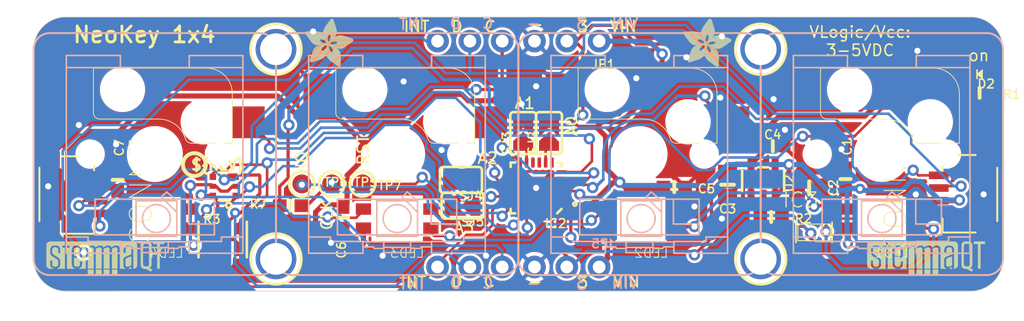
<source format=kicad_pcb>
(kicad_pcb (version 20221018) (generator pcbnew)
  (layers (0 "F.Cu" signal) (31 "B.Cu" signal) (34 "B.Paste" user) (35 "F.Paste" user) (36 "B.SilkS" user "B.Silkscreen") (37 "F.SilkS" user "F.Silkscreen") (38 "B.Mask" user) (39 "F.Mask" user) (44 "Edge.Cuts" user))
  (net 0 "")
  (net 1 "GND")
  (net 2 "SWITCHA")
  (net 3 "SWITCHC")
  (net 4 "NEO_IN")
  (net 5 "SDA")
  (net 6 "SCL")
  (net 7 "SCL_3V")
  (net 8 "SDA_3V")
  (net 9 "3.3V")
  (net 10 "INT")
  (net 11 "VCC")
  (net 12 "N$1")
  (net 13 "SWITCHB")
  (net 14 "SWITCHD")
  (net 15 "N$2")
  (net 16 "N$3")
  (net 17 "N$4")
  (net 18 "~{RESET}")
  (net 19 "SWDIO")
  (net 20 "SWCLK")
  (net 21 "ADDR1")
  (net 22 "ADDR0")
  (net 23 "LED_3V")
  (net 24 "ADDR2")
  (net 25 "ADDR3")
  (footprint "working:SOT23-5" (layer "F.Cu") (at 167.7416 107.0991)
    (fp_text reference "U2")
    (fp_text value "AP2112K-3.3")
  )
  (footprint "working:0805-NO" (layer "F.Cu") (at 171.3611 107.6706)
    (fp_text reference "C2")
    (fp_text value "10uF")
  )
  (footprint "working:MOUNTINGHOLE_2.5_PLATED" (layer "F.Cu") (at 129.4511 96.7486)
    (fp_text reference "U$17" hide)
    (fp_text value "MOUNTINGHOLE2.5" hide)
  )
  (footprint "working:0603-NO" (layer "F.Cu") (at 168.3766 109.9566)
    (fp_text reference "R2")
    (fp_text value "10K")
  )
  (footprint "working:MOUNTINGHOLE_2.5_PLATED" (layer "F.Cu") (at 167.5511 96.7486)
    (fp_text reference "U$3" hide)
    (fp_text value "MOUNTINGHOLE2.5" hide)
  )
  (footprint "working:ADAFRUIT_3.5MM" (layer "F.Cu") (at 131.7371 98.1456)
    (fp_text reference "U$2" hide)
    (fp_text value "" hide)
  )
  (footprint "working:TESTPOINT_ROUND_1.5MM" (layer "F.Cu") (at 136.2456 107.3531)
    (fp_text reference "TP7")
    (fp_text value "")
  )
  (footprint "working:QFN24_4MM" (layer "F.Cu") (at 149.8981 107.6706 180)
    (fp_text reference "IC2")
    (fp_text value "ATSAMD09D14A-MU")
  )
  (footprint "working:MOUNTINGHOLE_2.5_PLATED" (layer "F.Cu") (at 129.4511 113.2586)
    (fp_text reference "U$21" hide)
    (fp_text value "MOUNTINGHOLE2.5" hide)
  )
  (footprint "working:0805-NO" (layer "F.Cu") (at 164.9476 107.4166 -90)
    (fp_text reference "C3")
    (fp_text value "10uF")
  )
  (footprint "working:1X06_ROUND_70" (layer "F.Cu") (at 148.5011 96.1136 180)
    (fp_text reference "JP1")
    (fp_text value "")
  )
  (footprint "working:FIDUCIAL_1MM" (layer "F.Cu") (at 181.7751 95.3516)
    (fp_text reference "FID1" hide)
    (fp_text value "FIDUCIAL_1MM" hide)
  )
  (footprint "working:FIDUCIAL_1MM" (layer "F.Cu") (at 111.7346 103.5431)
    (fp_text reference "FID2" hide)
    (fp_text value "FIDUCIAL_1MM" hide)
  )
  (footprint "working:STEMMAQT" (layer "F.Cu") (at 175.9331 114.5286)
    (fp_text reference "U$31" hide)
    (fp_text value "" hide)
  )
  (footprint "working:0603-NO" (layer "F.Cu") (at 168.5036 104.3686)
    (fp_text reference "C4")
    (fp_text value "0.1uF")
  )
  (footprint "working:SOT23-5" (layer "F.Cu") (at 171.7421 111.1631)
    (fp_text reference "IC3")
    (fp_text value "74AHCT1G125DBV")
  )
  (footprint "working:JST_SH4" (layer "F.Cu") (at 184.0611 108.1786 90)
    (fp_text reference "CONN4")
    (fp_text value "STEMMA_I2C_QT" hide)
  )
  (footprint "working:SOLDERJUMPER_ARROW_NOPASTE" (layer "F.Cu") (at 150.9141 103.3526 90)
    (fp_text reference "SJ2")
    (fp_text value "")
  )
  (footprint "working:0603-NO" (layer "F.Cu") (at 184.7596 100.1776)
    (fp_text reference "R1")
    (fp_text value "10K")
  )
  (footprint "working:MOUNTINGHOLE_2.5_PLATED" (layer "F.Cu") (at 167.5511 113.2586)
    (fp_text reference "U$19" hide)
    (fp_text value "MOUNTINGHOLE2.5" hide)
  )
  (footprint "working:RESPACK_4X0603" (layer "F.Cu") (at 125.2601 111.7346)
    (fp_text reference "R3")
    (fp_text value "10K")
  )
  (footprint "working:CHIPLED_0603_NOOUTLINE" (layer "F.Cu") (at 184.7596 98.7171 90)
    (fp_text reference "D2")
    (fp_text value "GREEN")
  )
  (footprint "working:STEMMAQT" (layer "F.Cu") (at 111.4171 114.5286)
    (fp_text reference "U$30" hide)
    (fp_text value "" hide)
  )
  (footprint "working:0603-NO" (layer "F.Cu") (at 160.7566 107.6071)
    (fp_text reference "C5")
    (fp_text value "1uF")
  )
  (footprint "working:SOT363" (layer "F.Cu") (at 125.3871 107.5436 90)
    (fp_text reference "Q2")
    (fp_text value "BSS138")
  )
  (footprint "working:0603-NO" (layer "F.Cu") (at 130.5941 109.0676 180)
    (fp_text reference "R7")
    (fp_text value "10K")
  )
  (footprint "working:0603-NO" (layer "F.Cu") (at 134.7216 110.0201 -90)
    (fp_text reference "C6")
    (fp_text value "1uF")
  )
  (footprint "working:PCBFEAT-REV-040" (layer "F.Cu") (at 123.0376 105.8291)
    (fp_text reference "U$25" hide)
    (fp_text value "" hide)
  )
  (footprint "working:TESTPOINT_ROUND_1.5MM" (layer "F.Cu") (at 133.8326 107.3531)
    (fp_text reference "TP5")
    (fp_text value "")
  )
  (footprint "working:SOLDERJUMPER_ARROW_NOPASTE" (layer "F.Cu") (at 144.1196 109.0676 180)
    (fp_text reference "SJ5")
    (fp_text value "")
  )
  (footprint "working:0603-NO" (layer "F.Cu") (at 174.2186 106.9721 90)
    (fp_text reference "C1")
    (fp_text value "1uF")
  )
  (footprint "working:ADAFRUIT_3.5MM" (layer "F.Cu") (at 161.4551 98.1456)
    (fp_text reference "U$9" hide)
    (fp_text value "" hide)
  )
  (footprint "working:0603-NO" (layer "F.Cu") (at 117.0051 107.0356 90)
    (fp_text reference "C7")
    (fp_text value "1uF")
  )
  (footprint "working:TESTPOINT_ROUND_1.5MM" (layer "F.Cu") (at 131.4831 107.3531)
    (fp_text reference "TP6")
    (fp_text value "")
  )
  (footprint "working:SOLDERJUMPER_ARROW_NOPASTE" (layer "F.Cu") (at 143.9926 107.0356 180)
    (fp_text reference "SJ4")
    (fp_text value "")
  )
  (footprint "working:JST_SH4" (layer "F.Cu") (at 112.9411 108.1786 -90)
    (fp_text reference "CONN3")
    (fp_text value "STEMMA_I2C_QT" hide)
  )
  (footprint "working:SOLDERJUMPER_ARROW_NOPASTE" (layer "F.Cu") (at 148.8821 103.3526 90)
    (fp_text reference "SJ3")
    (fp_text value "")
  )
  (footprint "working:NEO3535_REVERSE" (layer "B.Cu") (at 158.1531 110.0836 180)
    (fp_text reference "LED2")
    (fp_text value "WS2812B_SK6812E" hide)
  )
  (footprint "working:KAILH_SOCKET" (layer "B.Cu") (at 177.0761 105.0036 180)
    (fp_text reference "SW4" hide)
    (fp_text value "" hide)
  )
  (footprint "working:NEO3535_REVERSE" (layer "B.Cu") (at 138.9761 110.0836 180)
    (fp_text reference "LED3")
    (fp_text value "WS2812B_SK6812E" hide)
  )
  (footprint "working:KAILH_SOCKET" (layer "B.Cu") (at 138.9761 105.0036 180)
    (fp_text reference "SW2" hide)
    (fp_text value "" hide)
  )
  (footprint "working:KAILH_SOCKET" (layer "B.Cu") (at 158.0261 105.0036 180)
    (fp_text reference "SW3" hide)
    (fp_text value "" hide)
  )
  (footprint "working:KAILH_SOCKET" (layer "B.Cu") (at 119.9261 105.0036 180)
    (fp_text reference "SW1" hide)
    (fp_text value "" hide)
  )
  (footprint "working:NEO3535_REVERSE" (layer "B.Cu") (at 120.0531 110.0836 180)
    (fp_text reference "LED4")
    (fp_text value "WS2812B_SK6812E" hide)
  )
  (footprint "working:1X06_ROUND_70" (layer "B.Cu") (at 148.5011 113.8936 180)
    (fp_text reference "JP5")
    (fp_text value "")
  )
  (footprint "working:NEO3535_REVERSE" (layer "B.Cu") (at 177.0761 110.0836 180)
    (fp_text reference "LED1")
    (fp_text value "WS2812B_SK6812E" hide)
  )
  (gr_arc (start 186.6011 113.2586) (mid 185.857151 115.054651) (end 184.0611 115.7986) (stroke (width 0.05)) (layer "Edge.Cuts"))
  (gr_arc (start 112.9411 115.7986) (mid 111.145049 115.054651) (end 110.4011 113.2586) (stroke (width 0.05)) (layer "Edge.Cuts"))
  (gr_line (start 112.9411 94.2086) (end 184.0611 94.2086) (stroke (width 0.05)) (layer "Edge.Cuts"))
  (gr_line (start 110.4011 113.2586) (end 110.4011 96.7486) (stroke (width 0.05)) (layer "Edge.Cuts"))
  (gr_arc (start 110.4011 96.7486) (mid 111.145049 94.952549) (end 112.9411 94.2086) (stroke (width 0.05)) (layer "Edge.Cuts"))
  (gr_arc (start 184.0611 94.2086) (mid 185.857151 94.952549) (end 186.6011 96.7486) (stroke (width 0.05)) (layer "Edge.Cuts"))
  (gr_line (start 184.0611 115.7986) (end 112.9411 115.7986) (stroke (width 0.05)) (layer "Edge.Cuts"))
  (gr_line (start 186.6011 96.7486) (end 186.6011 113.2586) (stroke (width 0.05)) (layer "Edge.Cuts"))
  (gr_text "3" (at 153.4541 115.2271) (layer "B.SilkS") (effects (font (size 0.87376 0.87376) (thickness 0.14224)) (justify mirror)))
  (gr_text "D" (at 143.5481 115.1636) (layer "B.SilkS") (effects (font (size 0.87376 0.87376) (thickness 0.14224)) (justify mirror)))
  (gr_text "-" (at 149.7076 115.1636) (layer "B.SilkS") (effects (font (size 0.87376 0.87376) (thickness 0.14224)) (justify mirror)))
  (gr_text "VIN" (at 156.8831 115.1636) (layer "B.SilkS") (effects (font (size 0.87376 0.87376) (thickness 0.14224)) (justify mirror)))
  (gr_text "3" (at 153.4541 94.7801) (layer "B.SilkS") (effects (font (size 0.87376 0.87376) (thickness 0.14224)) (justify mirror)))
  (gr_text "VIN" (at 156.8831 94.7166) (layer "B.SilkS") (effects (font (size 0.87376 0.87376) (thickness 0.14224)) (justify mirror)))
  (gr_text "INT" (at 140.1191 94.7801) (layer "B.SilkS") (effects (font (size 0.87376 0.87376) (thickness 0.14224)) (justify mirror)))
  (gr_text "C" (at 146.0881 94.7166) (layer "B.SilkS") (effects (font (size 0.87376 0.87376) (thickness 0.14224)) (justify mirror)))
  (gr_text "D" (at 143.5481 94.7166) (layer "B.SilkS") (effects (font (size 0.87376 0.87376) (thickness 0.14224)) (justify mirror)))
  (gr_text "-" (at 149.7076 94.7166) (layer "B.SilkS") (effects (font (size 0.87376 0.87376) (thickness 0.14224)) (justify mirror)))
  (gr_text "C" (at 146.0881 115.1636) (layer "B.SilkS") (effects (font (size 0.87376 0.87376) (thickness 0.14224)) (justify mirror)))
  (gr_text "INT" (at 140.1191 115.2271) (layer "B.SilkS") (effects (font (size 0.87376 0.87376) (thickness 0.14224)) (justify mirror)))
  (gr_text "A0" (at 152.6921 102.7811 90) (layer "F.SilkS") (effects (font (size 0.87376 0.87376) (thickness 0.14224))))
  (gr_text "CLK" (at 133.4516 109.7661 90) (layer "F.SilkS") (effects (font (size 0.87376 0.87376) (thickness 0.14224))))
  (gr_text "C" (at 146.2151 115.0366) (layer "F.SilkS") (effects (font (size 0.87376 0.87376) (thickness 0.14224))))
  (gr_text "C" (at 146.2786 94.9706) (layer "F.SilkS") (effects (font (size 0.87376 0.87376) (thickness 0.14224))))
  (gr_text "IO" (at 131.4831 105.4481 90) (layer "F.SilkS") (effects (font (size 0.87376 0.87376) (thickness 0.14224))))
  (gr_text "on" (at 183.8071 97.7646) (layer "F.SilkS") (effects (font (size 0.89408 0.89408) (thickness 0.12192)) (justify left bottom)))
  (gr_text "A3" (at 144.2466 110.7821) (layer "F.SilkS") (effects (font (size 0.87376 0.87376) (thickness 0.14224))))
  (gr_text "NeoKey 1x4" (at 119.1006 95.6056) (layer "F.SilkS") (effects (font (size 1.25222 1.25222) (thickness 0.22098))))
  (gr_text "INT" (at 140.5001 94.9706) (layer "F.SilkS") (effects (font (size 0.87376 0.87376) (thickness 0.14224))))
  (gr_text "VIN" (at 156.7561 94.9706) (layer "F.SilkS") (effects (font (size 0.87376 0.87376) (thickness 0.14224))))
  (gr_text "INT" (at 140.2461 115.1001) (layer "F.SilkS") (effects (font (size 0.87376 0.87376) (thickness 0.14224))))
  (gr_text "3" (at 153.5811 94.9706) (layer "F.SilkS") (effects (font (size 0.87376 0.87376) (thickness 0.14224))))
  (gr_text "RST" (at 136.3091 104.6861 90) (layer "F.SilkS") (effects (font (size 0.87376 0.87376) (thickness 0.14224))))
  (gr_text "A1" (at 149.0091 101.0031) (layer "F.SilkS") (effects (font (size 0.87376 0.87376) (thickness 0.14224))))
  (gr_text "-" (at 149.8981 94.7801) (layer "F.SilkS") (effects (font (size 0.87376 0.87376) (thickness 0.14224))))
  (gr_text "VLogic/Vcc:\n3-5VDC" (at 175.3616 96.1136) (layer "F.SilkS") (effects (font (size 0.89408 0.89408) (thickness 0.12192))))
  (gr_text "-" (at 149.8346 115.0366) (layer "F.SilkS") (effects (font (size 0.87376 0.87376) (thickness 0.14224))))
  (gr_text "D" (at 143.6751 115.0366) (layer "F.SilkS") (effects (font (size 0.87376 0.87376) (thickness 0.14224))))
  (gr_text "A2" (at 146.0881 105.3211) (layer "F.SilkS") (effects (font (size 0.87376 0.87376) (thickness 0.14224))))
  (gr_text "3" (at 153.5811 115.1001) (layer "F.SilkS") (effects (font (size 0.87376 0.87376) (thickness 0.14224))))
  (gr_text "D" (at 143.6751 94.9706) (layer "F.SilkS") (effects (font (size 0.87376 0.87376) (thickness 0.14224))))
  (gr_text "VIN" (at 157.0101 115.0366) (layer "F.SilkS") (effects (font (size 0.87376 0.87376) (thickness 0.14224))))
  (segment (start 180.7351 109.6786) (end 181.5471 109.6786) (width 0.254) (layer "F.Cu") (net 1))
  (segment (start 115.4551 106.6786) (end 116.5121 106.6786) (width 0.254) (layer "F.Cu") (net 1))
  (segment (start 180.3901 109.3336) (end 180.7351 109.6786) (width 0.254) (layer "F.Cu") (net 1))
  (segment (start 116.5121 106.6786) (end 117.0051 106.1856) (width 0.254) (layer "F.Cu") (net 1))
  (segment (start 143.1036 107.1626) (end 143.1036 109.0676) (width 0.2032) (layer "F.Cu") (net 1))
  (segment (start 142.9766 107.0356) (end 143.1036 107.1626) (width 0.2032) (layer "F.Cu") (net 1))
  (segment (start 167.7416 108.3992) (end 167.7416 109.7416) (width 0.4064) (layer "F.Cu") (net 1))
  (segment (start 150.6481 108.4206) (end 149.8981 107.6706) (width 0.254) (layer "F.Cu") (net 1))
  (segment (start 140.1191 112.8776) (end 139.9921 112.8776) (width 0.2032) (layer "F.Cu") (net 1))
  (segment (start 179.7261 109.3336) (end 180.3901 109.3336) (width 0.254) (layer "F.Cu") (net 1))
  (segment (start 167.7416 109.7416) (end 167.5266 109.9566) (width 0.4064) (layer "F.Cu") (net 1))
  (segment (start 150.6481 109.6706) (end 150.6481 108.4206) (width 0.254) (layer "F.Cu") (net 1))
  (via (at 164.5031 95.7326) (size 0.889) (drill 0.4826) (layers "F.Cu" "B.Cu") (net 1))
  (via (at 137.8331 113.0046) (size 0.889) (drill 0.4826) (layers "F.Cu" "B.Cu") (net 1))
  (via (at 161.7091 97.3836) (size 0.889) (drill 0.4826) (layers "F.Cu" "B.Cu") (net 1))
  (via (at 179.8701 96.8756) (size 0.889) (drill 0.4826) (layers "F.Cu" "B.Cu") (net 1))
  (via (at 132.3721 95.3516) (size 0.889) (drill 0.4826) (layers "F.Cu" "B.Cu") (net 1))
  (via (at 162.3441 109.1311) (size 0.889) (drill 0.4826) (layers "F.Cu" "B.Cu") (net 1))
  (via (at 164.5031 110.0836) (size 0.889) (drill 0.4826) (layers "F.Cu" "B.Cu") (net 1))
  (via (at 145.9611 113.0046) (size 0.889) (drill 0.4826) (layers "F.Cu" "B.Cu") (net 1))
  (via (at 133.7691 111.9886) (size 0.889) (drill 0.4826) (layers "F.Cu" "B.Cu") (net 1))
  (via (at 173.9011 104.6226) (size 0.889) (drill 0.4826) (layers "F.Cu" "B.Cu") (net 1))
  (via (at 157.7721 99.0346) (size 0.889) (drill 0.4826) (layers "F.Cu" "B.Cu") (net 1))
  (via (at 139.4841 99.2886) (size 0.889) (drill 0.4826) (layers "F.Cu" "B.Cu") (net 1))
  (via (at 116.8781 104.2416) (size 0.889) (drill 0.4826) (layers "F.Cu" "B.Cu") (net 1))
  (via (at 179.7431 108.1786) (size 0.889) (drill 0.4826) (layers "F.Cu" "B.Cu") (net 1))
  (via (at 149.8981 107.6706) (size 0.889) (drill 0.4826) (layers "F.Cu" "B.Cu") (net 1))
  (via (at 164.3761 100.5586) (size 0.889) (drill 0.4826) (layers "F.Cu" "B.Cu") (net 1))
  (via (at 168.5671 100.6856) (size 0.889) (drill 0.4826) (layers "F.Cu" "B.Cu") (net 1))
  (via (at 142.4686 104.6861) (size 0.889) (drill 0.4826) (layers "F.Cu" "B.Cu") (net 1))
  (via (at 111.5441 107.5436) (size 0.889) (drill 0.4826) (layers "F.Cu" "B.Cu") (net 1))
  (via (at 185.0771 108.1786) (size 0.889) (drill 0.4826) (layers "F.Cu" "B.Cu") (net 1))
  (via (at 149.8981 99.6696) (size 0.889) (drill 0.4826) (layers "F.Cu" "B.Cu") (net 1))
  (via (at 148.7551 101.0666) (size 0.889) (drill 0.4826) (layers "F.Cu" "B.Cu") (net 1))
  (via (at 169.4561 103.0986) (size 0.889) (drill 0.4826) (layers "F.Cu" "B.Cu") (net 1))
  (via (at 113.9571 102.7176) (size 0.889) (drill 0.4826) (layers "F.Cu" "B.Cu") (net 1))
  (segment (start 181.8961 100.4716) (end 178.0521 100.4716) (width 0.2032) (layer "F.Cu") (net 2))
  (segment (start 153.3271 108.0429) (end 153.3271 108.1699) (width 0.2032) (layer "F.Cu") (net 2))
  (segment (start 151.8981 107.9206) (end 153.2048 107.9206) (width 0.2032) (layer "F.Cu") (net 2))
  (segment (start 183.9281 102.5036) (end 181.8961 100.4716) (width 0.2032) (layer "F.Cu") (net 2))
  (segment (start 184.4361 102.5036) (end 183.9281 102.5036) (width 0.2032) (layer "F.Cu") (net 2))
  (segment (start 170.8531 103.6066) (end 174.9171 103.6066) (width 0.2032) (layer "F.Cu") (net 2))
  (segment (start 153.3271 108.0429) (end 153.2048 107.9206) (width 0.2032) (layer "F.Cu") (net 2))
  (segment (start 178.0521 100.4716) (end 174.9171 103.6066) (width 0.2032) (layer "F.Cu") (net 2))
  (via (at 170.8531 103.6066) (size 0.889) (drill 0.4826) (layers "F.Cu" "B.Cu") (net 2))
  (via (at 153.3271 108.1699) (size 0.889) (drill 0.4826) (layers "F.Cu" "B.Cu") (net 2))
  (segment (start 156.562257 103.1725) (end 156.811993 103.005631) (width 0.2032) (layer "B.Cu") (net 2))
  (segment (start 156.811993 103.005631) (end 157.081374 102.872787) (width 0.2032) (layer "B.Cu") (net 2))
  (segment (start 157.36579 102.776241) (end 157.960087 102.698) (width 0.2032) (layer "B.Cu") (net 2))
  (segment (start 170.591862 103.6066) (end 168.9271 105.271363) (width 0.2032) (layer "B.Cu") (net 2))
  (segment (start 155.74214 104.399892) (end 155.838687 104.115476) (width 0.2032) (layer "B.Cu") (net 2))
  (segment (start 155.6639 104.994188) (end 155.6639 104.994189) (width 0.2032) (layer "B.Cu") (net 2))
  (segment (start 157.960087 102.698) (end 159.015262 102.698) (width 0.2032) (layer "B.Cu") (net 2))
  (segment (start 163.628987 106.26595) (end 164.623575 105.271363) (width 0.2032) (layer "B.Cu") (net 2))
  (segment (start 155.6639 107.761513) (end 155.6639 104.994188) (width 0.2032) (layer "B.Cu") (net 2))
  (segment (start 153.3271 108.1699) (end 153.3271 108.390938) (width 0.2032) (layer "B.Cu") (net 2))
  (segment (start 155.034475 108.390938) (end 155.6639 107.761513) (width 0.2032) (layer "B.Cu") (net 2))
  (segment (start 155.838687 104.115476) (end 155.97153 103.846095) (width 0.2032) (layer "B.Cu") (net 2))
  (segment (start 162.583212 106.26595) (end 163.628987 106.26595) (width 0.2032) (layer "B.Cu") (net 2))
  (segment (start 170.8531 103.6066) (end 170.591862 103.6066) (width 0.2032) (layer "B.Cu") (net 2))
  (segment (start 164.623575 105.271363) (end 168.9271 105.271363) (width 0.2032) (layer "B.Cu") (net 2))
  (segment (start 155.97153 103.846095) (end 156.138399 103.596358) (width 0.2032) (layer "B.Cu") (net 2))
  (segment (start 159.015262 102.698) (end 162.583212 106.26595) (width 0.2032) (layer "B.Cu") (net 2))
  (segment (start 153.3271 108.390938) (end 155.034475 108.390938) (width 0.2032) (layer "B.Cu") (net 2))
  (segment (start 156.138399 103.596358) (end 156.336437 103.370539) (width 0.2032) (layer "B.Cu") (net 2))
  (segment (start 155.6639 104.994189) (end 155.683544 104.694476) (width 0.2032) (layer "B.Cu") (net 2))
  (segment (start 157.081374 102.872787) (end 157.36579 102.776241) (width 0.2032) (layer "B.Cu") (net 2))
  (segment (start 155.683544 104.694476) (end 155.74214 104.399892) (width 0.2032) (layer "B.Cu") (net 2))
  (segment (start 156.336437 103.370539) (end 156.562257 103.1725) (width 0.2032) (layer "B.Cu") (net 2))
  (segment (start 147.2311 104.4956) (end 147.2311 103.3986) (width 0.2032) (layer "F.Cu") (net 3))
  (segment (start 153.993775 106.9206) (end 154.428437 106.485938) (width 0.2032) (layer "F.Cu") (net 3))
  (segment (start 147.2311 103.3986) (end 146.3361 102.5036) (width 0.2032) (layer "F.Cu") (net 3))
  (segment (start 151.8981 106.9206) (end 153.993775 106.9206) (width 0.2032) (layer "F.Cu") (net 3))
  (via (at 154.428437 106.485938) (size 0.889) (drill 0.4826) (layers "F.Cu" "B.Cu") (net 3))
  (via (at 147.2311 104.4956) (size 0.889) (drill 0.4826) (layers "F.Cu" "B.Cu") (net 3))
  (segment (start 147.717262 104.4956) (end 147.2311 104.4956) (width 0.2032) (layer "B.Cu") (net 3))
  (segment (start 149.7076 106.485938) (end 147.717262 104.4956) (width 0.2032) (layer "B.Cu") (net 3))
  (segment (start 154.428437 106.485938) (end 149.7076 106.485938) (width 0.2032) (layer "B.Cu") (net 3))
  (segment (start 179.7261 110.8336) (end 180.8296 110.8336) (width 0.254) (layer "F.Cu") (net 4))
  (segment (start 172.6946 111.0996) (end 172.6921 111.0996) (width 0.254) (layer "F.Cu") (net 4))
  (segment (start 172.6921 109.8631) (end 172.6921 111.0996) (width 0.254) (layer "F.Cu") (net 4))
  (segment (start 180.8691 110.7941) (end 181.0251 110.7941) (width 0.254) (layer "F.Cu") (net 4))
  (segment (start 180.8296 110.8336) (end 180.8691 110.7941) (width 0.254) (layer "F.Cu") (net 4))
  (segment (start 181.1401 110.9091) (end 181.0251 110.7941) (width 0.254) (layer "F.Cu") (net 4))
  (via (at 172.6946 111.0996) (size 0.889) (drill 0.4826) (layers "F.Cu" "B.Cu") (net 4))
  (via (at 181.1401 110.9091) (size 0.889) (drill 0.4826) (layers "F.Cu" "B.Cu") (net 4))
  (segment (start 173.9011 114.0206) (end 172.6946 112.8141) (width 0.254) (layer "B.Cu") (net 4))
  (segment (start 172.6946 111.0996) (end 172.6946 112.8141) (width 0.254) (layer "B.Cu") (net 4))
  (segment (start 181.1401 112.3696) (end 181.1401 110.9091) (width 0.254) (layer "B.Cu") (net 4))
  (segment (start 181.1401 112.3696) (end 179.4891 114.0206) (width 0.254) (layer "B.Cu") (net 4))
  (segment (start 173.9011 114.0206) (end 179.4891 114.0206) (width 0.254) (layer "B.Cu") (net 4))
  (segment (start 126.23985 109.628582) (end 126.11735 109.751082) (width 0.2032) (layer "F.Cu") (net 5))
  (segment (start 128.1811 106.7181) (end 128.1811 108.1151) (width 0.254) (layer "F.Cu") (net 5))
  (segment (start 126.667618 109.628582) (end 126.23985 109.628582) (width 0.254) (layer "F.Cu") (net 5))
  (segment (start 115.4551 108.6786) (end 114.3461 108.6786) (width 0.2032) (layer "F.Cu") (net 5))
  (segment (start 128.1811 106.7181) (end 128.1176 106.6546) (width 0.254) (layer "F.Cu") (net 5))
  (segment (start 126.11735 109.92485) (end 125.6601 110.3821) (width 0.254) (layer "F.Cu") (net 5))
  (segment (start 125.6601 110.8846) (end 125.6601 110.3821) (width 0.254) (layer "F.Cu") (net 5))
  (segment (start 181.5471 107.6786) (end 181.6948 107.5309) (width 0.2032) (layer "F.Cu") (net 5))
  (segment (start 125.3871 107.0356) (end 125.6291 106.7936) (width 0.254) (layer "F.Cu") (net 5))
  (segment (start 128.1176 106.6546) (end 125.7681 106.6546) (width 0.254) (layer "F.Cu") (net 5))
  (segment (start 114.3461 108.6786) (end 113.9571 109.0676) (width 0.2032) (layer "F.Cu") (net 5))
  (segment (start 125.3871 107.0356) (end 125.7681 106.6546) (width 0.254) (layer "F.Cu") (net 5))
  (segment (start 126.2871 106.7936) (end 125.6291 106.7936) (width 0.254) (layer "F.Cu") (net 5))
  (segment (start 128.1811 108.1151) (end 126.667618 109.628582) (width 0.254) (layer "F.Cu") (net 5))
  (segment (start 126.11735 109.751082) (end 126.11735 109.92485) (width 0.2032) (layer "F.Cu") (net 5))
  (segment (start 181.6948 107.5309) (end 183.2991 107.5309) (width 0.2032) (layer "F.Cu") (net 5))
  (via (at 125.3871 107.0356) (size 0.889) (drill 0.4826) (layers "F.Cu" "B.Cu") (net 5))
  (via (at 183.2991 107.5309) (size 0.889) (drill 0.4826) (layers "F.Cu" "B.Cu") (net 5))
  (via (at 126.23985 109.628582) (size 0.8001) (drill 0.3937) (layers "F.Cu" "B.Cu") (net 5))
  (via (at 113.9571 109.0676) (size 0.889) (drill 0.4826) (layers "F.Cu" "B.Cu") (net 5))
  (segment (start 168.6306 101.8286) (end 177.606212 101.8286) (width 0.2032) (layer "B.Cu") (net 5))
  (segment (start 115.4811 109.0676) (end 117.1956 107.3531) (width 0.2032) (layer "B.Cu") (net 5))
  (segment (start 141.5796 112.6871) (end 142.8496 112.6871) (width 0.2032) (layer "B.Cu") (net 5))
  (segment (start 138.8905 115.3762) (end 141.5796 112.6871) (width 0.2032) (layer "B.Cu") (net 5))
  (segment (start 127.5461 102.7811) (end 134.0866 96.2406) (width 0.2032) (layer "B.Cu") (net 5))
  (segment (start 127.9492 115.3762) (end 126.23985 113.66685) (width 0.2032) (layer "B.Cu") (net 5))
  (segment (start 179.3817 103.604088) (end 179.3817 104.1977) (width 0.2032) (layer "B.Cu") (net 5))
  (segment (start 122.0216 106.2101) (end 120.8786 107.3531) (width 0.2032) (layer "B.Cu") (net 5))
  (segment (start 127.5461 102.7811) (end 127.5461 105.6386) (width 0.2032) (layer "B.Cu") (net 5))
  (segment (start 124.5616 106.2101) (end 125.3871 107.0356) (width 0.2032) (layer "B.Cu") (net 5))
  (segment (start 124.5616 106.2101) (end 122.0216 106.2101) (width 0.2032) (layer "B.Cu") (net 5))
  (segment (start 177.606212 101.8286) (end 179.3817 103.604088) (width 0.2032) (layer "B.Cu") (net 5))
  (segment (start 153.6573 95.619107) (end 154.432806 94.8436) (width 0.2032) (layer "B.Cu") (net 5))
  (segment (start 179.3817 104.1977) (end 182.7149 107.5309) (width 0.2032) (layer "B.Cu") (net 5))
  (segment (start 144.6911 96.1136) (end 144.6911 98.6409) (width 0.254) (layer "B.Cu") (net 5))
  (segment (start 127.9492 115.3762) (end 138.8905 115.3762) (width 0.2032) (layer "B.Cu") (net 5))
  (segment (start 182.7149 107.5309) (end 183.2991 107.5309) (width 0.2032) (layer "B.Cu") (net 5))
  (segment (start 142.7734 98.6409) (end 144.6911 98.6409) (width 0.2032) (layer "B.Cu") (net 5))
  (segment (start 161.6456 94.8436) (end 168.6306 101.8286) (width 0.2032) (layer "B.Cu") (net 5))
  (segment (start 154.432806 94.8436) (end 161.6456 94.8436) (width 0.2032) (layer "B.Cu") (net 5))
  (segment (start 127.5461 105.6386) (end 126.1491 107.0356) (width 0.2032) (layer "B.Cu") (net 5))
  (segment (start 125.3871 107.0356) (end 126.1491 107.0356) (width 0.2032) (layer "B.Cu") (net 5))
  (segment (start 126.23985 113.66685) (end 126.23985 109.628582) (width 0.2032) (layer "B.Cu") (net 5))
  (segment (start 113.9571 109.0676) (end 115.4811 109.0676) (width 0.2032) (layer "B.Cu") (net 5))
  (segment (start 144.0561 113.8936) (end 142.8496 112.6871) (width 0.2032) (layer "B.Cu") (net 5))
  (segment (start 151.8158 98.6409) (end 153.6573 96.7994) (width 0.2032) (layer "B.Cu") (net 5))
  (segment (start 144.6911 113.8936) (end 144.0561 113.8936) (width 0.2032) (layer "B.Cu") (net 5))
  (segment (start 140.3731 96.2406) (end 142.7734 98.6409) (width 0.2032) (layer "B.Cu") (net 5))
  (segment (start 153.6573 96.7994) (end 153.6573 95.619107) (width 0.2032) (layer "B.Cu") (net 5))
  (segment (start 120.8786 107.3531) (end 117.1956 107.3531) (width 0.2032) (layer "B.Cu") (net 5))
  (segment (start 144.6911 98.6409) (end 151.8158 98.6409) (width 0.2032) (layer "B.Cu") (net 5))
  (segment (start 134.0866 96.2406) (end 140.3731 96.2406) (width 0.2032) (layer "B.Cu") (net 5))
  (segment (start 147.2311 96.1136) (end 147.2311 99.2886) (width 0.254) (layer "F.Cu") (net 6))
  (segment (start 124.8681 108.6746) (end 124.8681 109.6271) (width 0.254) (layer "F.Cu") (net 6))
  (segment (start 124.8681 108.6746) (end 124.4871 108.2936) (width 0.254) (layer "F.Cu") (net 6))
  (segment (start 147.2311 99.2886) (end 146.5961 99.9236) (width 0.254) (layer "F.Cu") (net 6))
  (segment (start 124.4229 108.2294) (end 123.564887 108.2294) (width 0.2032) (layer "F.Cu") (net 6))
  (segment (start 146.5961 99.9236) (end 145.1991 99.9236) (width 0.254) (layer "F.Cu") (net 6))
  (segment (start 115.4551 109.6786) (end 115.4551 110.5148) (width 0.2032) (layer "F.Cu") (net 6))
  (segment (start 124.8681 109.6271) (end 123.9601 110.5351) (width 0.254) (layer "F.Cu") (net 6))
  (segment (start 179.9391 106.6786) (end 181.5471 106.6786) (width 0.2032) (layer "F.Cu") (net 6))
  (segment (start 115.6081 110.6678) (end 115.4551 110.5148) (width 0.2032) (layer "F.Cu") (net 6))
  (segment (start 179.5341 106.2736) (end 179.9391 106.6786) (width 0.2032) (layer "F.Cu") (net 6))
  (segment (start 124.4871 108.2936) (end 124.4229 108.2294) (width 0.2032) (layer "F.Cu") (net 6))
  (segment (start 123.9601 110.8846) (end 123.9601 110.5351) (width 0.254) (layer "F.Cu") (net 6))
  (via (at 115.6081 110.6678) (size 0.889) (drill 0.4826) (layers "F.Cu" "B.Cu") (net 6))
  (via (at 123.564887 108.2294) (size 0.889) (drill 0.4826) (layers "F.Cu" "B.Cu") (net 6))
  (via (at 179.5341 106.2736) (size 0.889) (drill 0.4826) (layers "F.Cu" "B.Cu") (net 6))
  (via (at 145.1991 99.9236) (size 0.889) (drill 0.4826) (layers "F.Cu" "B.Cu") (net 6))
  (segment (start 123.628387 108.2294) (end 123.564887 108.2294) (width 0.2032) (layer "B.Cu") (net 6))
  (segment (start 136.8806 112.2172) (end 146.8247 112.2172) (width 0.2032) (layer "B.Cu") (net 6))
  (segment (start 117.355968 107.767469) (end 115.6081 109.515338) (width 0.2032) (layer "B.Cu") (net 6))
  (segment (start 132.910231 102.430232) (end 136.564643 102.430232) (width 0.2032) (layer "B.Cu") (net 6))
  (segment (start 147.2311 112.6236) (end 147.2311 113.8936) (width 0.2032) (layer "B.Cu") (net 6))
  (segment (start 153.062793 103.128732) (end 153.270725 102.9208) (width 0.2032) (layer "B.Cu") (net 6))
  (segment (start 176.121087 107.3092) (end 178.3715 107.3092) (width 0.2032) (layer "B.Cu") (net 6))
  (segment (start 144.313337 99.9236) (end 147.518468 103.128732) (width 0.2032) (layer "B.Cu") (net 6))
  (segment (start 129.253475 103.8098) (end 129.596375 104.1527) (width 0.2032) (layer "B.Cu") (net 6))
  (segment (start 127.9525 105.910875) (end 127.9525 104.219438) (width 0.2032) (layer "B.Cu") (net 6))
  (segment (start 145.1991 99.9236) (end 144.313337 99.9236) (width 0.2032) (layer "B.Cu") (net 6))
  (segment (start 127.9525 105.910875) (end 126.5301 107.333275) (width 0.2032) (layer "B.Cu") (net 6))
  (segment (start 123.564887 108.2294) (end 123.691887 108.2294) (width 0.2032) (layer "B.Cu") (net 6))
  (segment (start 173.4185 102.235) (end 174.7705 103.587) (width 0.2032) (layer "B.Cu") (net 6))
  (segment (start 123.945887 106.7181) (end 123.945887 107.9754) (width 0.2032) (layer "B.Cu") (net 6))
  (segment (start 137.547275 101.4476) (end 139.861862 101.4476) (width 0.2032) (layer "B.Cu") (net 6))
  (segment (start 167.192262 102.235) (end 173.4185 102.235) (width 0.2032) (layer "B.Cu") (net 6))
  (segment (start 127.9525 104.219438) (end 128.362137 103.8098) (width 0.2032) (layer "B.Cu") (net 6))
  (segment (start 156.152115 102.445135) (end 156.296621 102.361704) (width 0.2032) (layer "B.Cu") (net 6))
  (segment (start 141.601762 99.7077) (end 144.097437 99.7077) (width 0.2032) (layer "B.Cu") (net 6))
  (segment (start 174.7705 103.587) (end 174.7705 105.958613) (width 0.2032) (layer "B.Cu") (net 6))
  (segment (start 179.4071 106.2736) (end 179.5341 106.2736) (width 0.2032) (layer "B.Cu") (net 6))
  (segment (start 131.187762 104.1527) (end 132.910231 102.430232) (width 0.2032) (layer "B.Cu") (net 6))
  (segment (start 157.566878 101.8286) (end 159.002937 101.8286) (width 0.2032) (layer "B.Cu") (net 6))
  (segment (start 159.002937 101.8286) (end 161.149237 99.6823) (width 0.2032) (layer "B.Cu") (net 6))
  (segment (start 139.861862 101.4476) (end 141.601762 99.7077) (width 0.2032) (layer "B.Cu") (net 6))
  (segment (start 126.5301 108.3818) (end 123.780787 108.3818) (width 0.2032) (layer "B.Cu") (net 6))
  (segment (start 164.639562 99.6823) (end 167.192262 102.235) (width 0.2032) (layer "B.Cu") (net 6))
  (segment (start 144.313337 99.9236) (end 144.097437 99.7077) (width 0.2032) (layer "B.Cu") (net 6))
  (segment (start 121.162731 107.767469) (end 122.2121 106.7181) (width 0.2032) (layer "B.Cu") (net 6))
  (segment (start 122.2121 106.7181) (end 123.945887 106.7181) (width 0.2032) (layer "B.Cu") (net 6))
  (segment (start 136.564643 102.430232) (end 137.547275 101.4476) (width 0.2032) (layer "B.Cu") (net 6))
  (segment (start 115.6081 110.6678) (end 115.6081 109.515338) (width 0.2032) (layer "B.Cu") (net 6))
  (segment (start 126.5301 107.333275) (end 126.5301 108.3818) (width 0.2032) (layer "B.Cu") (net 6))
  (segment (start 156.081921 102.445135) (end 156.152115 102.445135) (width 0.2032) (layer "B.Cu") (net 6))
  (segment (start 117.355968 107.767469) (end 121.162731 107.767469) (width 0.2032) (layer "B.Cu") (net 6))
  (segment (start 155.606256 102.9208) (end 156.081921 102.445135) (width 0.2032) (layer "B.Cu") (net 6))
  (segment (start 136.8806 112.2172) (end 133.0452 108.3818) (width 0.2032) (layer "B.Cu") (net 6))
  (segment (start 174.7705 105.958613) (end 176.121087 107.3092) (width 0.2032) (layer "B.Cu") (net 6))
  (segment (start 153.270725 102.9208) (end 155.606256 102.9208) (width 0.2032) (layer "B.Cu") (net 6))
  (segment (start 123.945887 107.9754) (end 123.691887 108.2294) (width 0.2032) (layer "B.Cu") (net 6))
  (segment (start 146.8247 112.2172) (end 147.2311 112.6236) (width 0.2032) (layer "B.Cu") (net 6))
  (segment (start 133.0452 108.3818) (end 126.5301 108.3818) (width 0.2032) (layer "B.Cu") (net 6))
  (segment (start 156.819371 102.059894) (end 157.566878 101.8286) (width 0.2032) (layer "B.Cu") (net 6))
  (segment (start 147.518468 103.128732) (end 153.062793 103.128732) (width 0.2032) (layer "B.Cu") (net 6))
  (segment (start 123.780787 108.3818) (end 123.628387 108.2294) (width 0.2032) (layer "B.Cu") (net 6))
  (segment (start 129.596375 104.1527) (end 131.187762 104.1527) (width 0.2032) (layer "B.Cu") (net 6))
  (segment (start 161.149237 99.6823) (end 164.639562 99.6823) (width 0.2032) (layer "B.Cu") (net 6))
  (segment (start 128.362137 103.8098) (end 129.253475 103.8098) (width 0.2032) (layer "B.Cu") (net 6))
  (segment (start 156.296621 102.361704) (end 156.819371 102.059894) (width 0.2032) (layer "B.Cu") (net 6))
  (segment (start 179.4071 106.2736) (end 178.3715 107.3092) (width 0.2032) (layer "B.Cu") (net 6))
  (segment (start 147.8429 107.9758) (end 147.338112 107.9758) (width 0.2032) (layer "F.Cu") (net 7))
  (segment (start 127.369 107.5927) (end 126.6681 108.2936) (width 0.2032) (layer "F.Cu") (net 7))
  (segment (start 147.8981 107.9206) (end 147.8429 107.9758) (width 0.2032) (layer "F.Cu") (net 7))
  (segment (start 125.4951 109.2136) (end 125.4951 109.8686) (width 0.254) (layer "F.Cu") (net 7))
  (segment (start 146.3548 108.350913) (end 146.963 108.350913) (width 0.2032) (layer "F.Cu") (net 7))
  (segment (start 126.2871 108.2936) (end 126.6681 108.2936) (width 0.2032) (layer "F.Cu") (net 7))
  (segment (start 147.338112 107.9758) (end 146.963 108.350913) (width 0.2032) (layer "F.Cu") (net 7))
  (segment (start 125.4951 109.8686) (end 124.8601 110.5036) (width 0.254) (layer "F.Cu") (net 7))
  (segment (start 126.2871 108.2936) (end 126.2871 108.4216) (width 0.254) (layer "F.Cu") (net 7))
  (segment (start 126.2871 108.4216) (end 125.4951 109.2136) (width 0.254) (layer "F.Cu") (net 7))
  (segment (start 124.8601 110.5036) (end 124.8601 110.8846) (width 0.254) (layer "F.Cu") (net 7))
  (segment (start 127.369 107.577607) (end 127.369 107.5927) (width 0.2032) (layer "F.Cu") (net 7))
  (via (at 127.369 107.577607) (size 0.889) (drill 0.4826) (layers "F.Cu" "B.Cu") (net 7))
  (via (at 146.3548 108.350913) (size 0.889) (drill 0.4826) (layers "F.Cu" "B.Cu") (net 7))
  (segment (start 142.3035 106.7816) (end 144.1831 108.6612) (width 0.2032) (layer "B.Cu") (net 7))
  (segment (start 133.373212 103.74125) (end 136.977837 103.74125) (width 0.2032) (layer "B.Cu") (net 7))
  (segment (start 130.006506 105.9561) (end 131.158362 105.9561) (width 0.2032) (layer "B.Cu") (net 7))
  (segment (start 131.158362 105.9561) (end 133.373212 103.74125) (width 0.2032) (layer "B.Cu") (net 7))
  (segment (start 130.006506 105.9561) (end 128.385 107.577607) (width 0.2032) (layer "B.Cu") (net 7))
  (segment (start 146.3548 108.350913) (end 146.3548 108.287413) (width 0.2032) (layer "B.Cu") (net 7))
  (segment (start 139.931112 102.698) (end 141.2817 104.048588) (width 0.2032) (layer "B.Cu") (net 7))
  (segment (start 127.369 107.577607) (end 128.385 107.577607) (width 0.2032) (layer "B.Cu") (net 7))
  (segment (start 145.981012 108.6612) (end 146.3548 108.287413) (width 0.2032) (layer "B.Cu") (net 7))
  (segment (start 141.2817 104.567325) (end 142.3035 105.589125) (width 0.2032) (layer "B.Cu") (net 7))
  (segment (start 144.1831 108.6612) (end 145.981012 108.6612) (width 0.2032) (layer "B.Cu") (net 7))
  (segment (start 142.3035 105.589125) (end 142.3035 106.7816) (width 0.2032) (layer "B.Cu") (net 7))
  (segment (start 141.2817 104.048588) (end 141.2817 104.567325) (width 0.2032) (layer "B.Cu") (net 7))
  (segment (start 136.977837 103.74125) (end 138.021087 102.698) (width 0.2032) (layer "B.Cu") (net 7))
  (segment (start 138.021087 102.698) (end 139.931112 102.698) (width 0.2032) (layer "B.Cu") (net 7))
  (segment (start 128.7526 105.7021) (end 128.7526 105.8418) (width 0.2032) (layer "F.Cu") (net 8))
  (segment (start 147.266625 107.4123) (end 146.639468 106.785144) (width 0.2032) (layer "F.Cu") (net 8))
  (segment (start 125.970237 105.8418) (end 128.7526 105.8418) (width 0.2032) (layer "F.Cu") (net 8))
  (segment (start 147.8898 107.4123) (end 147.266625 107.4123) (width 0.2032) (layer "F.Cu") (net 8))
  (segment (start 125.538437 106.2736) (end 125.970237 105.8418) (width 0.2032) (layer "F.Cu") (net 8))
  (segment (start 146.639468 106.467644) (end 146.639468 106.785144) (width 0.2032) (layer "F.Cu") (net 8))
  (segment (start 128.7526 105.7021) (end 128.7526 108.2421) (width 0.2032) (layer "F.Cu") (net 8))
  (segment (start 128.7526 108.2421) (end 126.5601 110.4346) (width 0.2032) (layer "F.Cu") (net 8))
  (segment (start 124.4871 106.5396) (end 124.7531 106.2736) (width 0.2032) (layer "F.Cu") (net 8))
  (segment (start 126.5601 110.8846) (end 126.5601 110.4346) (width 0.2032) (layer "F.Cu") (net 8))
  (segment (start 124.4871 106.7936) (end 124.4871 106.5396) (width 0.2032) (layer "F.Cu") (net 8))
  (segment (start 124.7531 106.2736) (end 125.538437 106.2736) (width 0.2032) (layer "F.Cu") (net 8))
  (segment (start 147.8981 107.4206) (end 147.8898 107.4123) (width 0.2032) (layer "F.Cu") (net 8))
  (via (at 128.7526 105.7021) (size 0.889) (drill 0.4826) (layers "F.Cu" "B.Cu") (net 8))
  (via (at 146.639468 106.467644) (size 0.889) (drill 0.4826) (layers "F.Cu" "B.Cu") (net 8))
  (segment (start 136.8095 103.33485) (end 137.85275 102.2916) (width 0.2032) (layer "B.Cu") (net 8))
  (segment (start 146.639468 106.467644) (end 146.702968 106.404144) (width 0.2032) (layer "B.Cu") (net 8))
  (segment (start 133.204875 103.33485) (end 136.8095 103.33485) (width 0.2032) (layer "B.Cu") (net 8))
  (segment (start 145.5166 102.524982) (end 143.567868 100.57625) (width 0.2032) (layer "B.Cu") (net 8))
  (segment (start 137.85275 102.2916) (end 140.288981 102.2916) (width 0.2032) (layer "B.Cu") (net 8))
  (segment (start 143.567868 100.57625) (end 142.004331 100.57625) (width 0.2032) (layer "B.Cu") (net 8))
  (segment (start 146.702968 106.023144) (end 145.5166 104.836775) (width 0.2032) (layer "B.Cu") (net 8))
  (segment (start 128.7526 105.7021) (end 129.0066 105.4481) (width 0.2032) (layer "B.Cu") (net 8))
  (segment (start 131.091625 105.4481) (end 133.204875 103.33485) (width 0.2032) (layer "B.Cu") (net 8))
  (segment (start 131.091625 105.4481) (end 129.0066 105.4481) (width 0.2032) (layer "B.Cu") (net 8))
  (segment (start 146.702968 106.023144) (end 146.702968 106.404144) (width 0.2032) (layer "B.Cu") (net 8))
  (segment (start 140.288981 102.2916) (end 142.004331 100.57625) (width 0.2032) (layer "B.Cu") (net 8))
  (segment (start 145.5166 104.836775) (end 145.5166 102.524982) (width 0.2032) (layer "B.Cu") (net 8))
  (segment (start 124.4871 107.5436) (end 124.3601 107.4166) (width 0.254) (layer "F.Cu") (net 9))
  (segment (start 125.1331 111.7346) (end 124.8601 112.0076) (width 0.254) (layer "F.Cu") (net 9))
  (segment (start 167.6536 104.3686) (end 167.6536 104.937) (width 0.4064) (layer "F.Cu") (net 9))
  (segment (start 183.2746 99.5426) (end 183.9096 100.1776) (width 0.4064) (layer "F.Cu") (net 9))
  (segment (start 167.6536 101.779125) (end 162.2171 96.342625) (width 0.254) (layer "F.Cu") (net 9))
  (segment (start 126.0331 107.5436) (end 125.6521 107.9246) (width 0.254) (layer "F.Cu") (net 9))
  (segment (start 128.728262 109.0676) (end 127.1153 110.680563) (width 0.254) (layer "F.Cu") (net 9))
  (segment (start 167.6536 104.937) (end 166.7916 105.799) (width 0.4064) (layer "F.Cu") (net 9))
  (segment (start 162.3441 112.9411) (end 163.6776 111.6076) (width 0.254) (layer "F.Cu") (net 9))
  (segment (start 125.1221 107.9246) (end 124.7411 107.5436) (width 0.254) (layer "F.Cu") (net 9))
  (segment (start 130.4671 102.7176) (end 130.4029 102.7818) (width 0.254) (layer "F.Cu") (net 9))
  (segment (start 152.3111 96.1136) (end 153.048125 96.1136) (width 0.254) (layer "F.Cu") (net 9))
  (segment (start 175.6791 102.0826) (end 178.2191 99.5426) (width 0.4064) (layer "F.Cu") (net 9))
  (segment (start 127.1153 111.979375) (end 126.5601 112.534575) (width 0.254) (layer "F.Cu") (net 9))
  (segment (start 124.5363 111.7918) (end 123.3614 111.7918) (width 0.254) (layer "F.Cu") (net 9))
  (segment (start 183.2746 99.5426) (end 178.2191 99.5426) (width 0.4064) (layer "F.Cu") (net 9))
  (segment (start 154.2923 94.869425) (end 156.2989 94.869425) (width 0.254) (layer "F.Cu") (net 9))
  (segment (start 153.57335 96.74085) (end 152.9461 96.1136) (width 0.254) (layer "F.Cu") (net 9))
  (segment (start 126.5601 112.534575) (end 126.5601 112.5846) (width 0.254) (layer "F.Cu") (net 9))
  (segment (start 130.4029 106.8848) (end 129.7441 107.5436) (width 0.254) (layer "F.Cu") (net 9))
  (segment (start 165.6152 105.799) (end 166.7916 105.799) (width 0.4064) (layer "F.Cu") (net 9))
  (segment (start 167.6536 104.3686) (end 167.6536 103.3771) (width 0.4064) (layer "F.Cu") (net 9))
  (segment (start 154.2923 94.869425) (end 153.048125 96.1136) (width 0.254) (layer "F.Cu") (net 9))
  (segment (start 168.9481 102.0826) (end 175.6791 102.0826) (width 0.4064) (layer "F.Cu") (net 9))
  (segment (start 153.56395 101.9175) (end 153.57335 101.9081) (width 0.254) (layer "F.Cu") (net 9))
  (segment (start 125.6521 107.9246) (end 125.1221 107.9246) (width 0.254) (layer "F.Cu") (net 9))
  (segment (start 124.8601 112.1156) (end 124.5363 111.7918) (width 0.254) (layer "F.Cu") (net 9))
  (segment (start 124.8601 112.5846) (end 124.8601 112.1156) (width 0.254) (layer "F.Cu") (net 9))
  (segment (start 125.1331 111.7346) (end 126.1491 111.7346) (width 0.254) (layer "F.Cu") (net 9))
  (segment (start 124.3601 107.4166) (end 122.7836 107.4166) (width 0.254) (layer "F.Cu") (net 9))
  (segment (start 122.9741 112.1791) (end 123.3614 111.7918) (width 0.254) (layer "F.Cu") (net 9))
  (segment (start 152.3111 113.0561) (end 152.3111 113.8936) (width 0.254) (layer "F.Cu") (net 9))
  (segment (start 129.7441 109.0676) (end 128.728262 109.0676) (width 0.254) (layer "F.Cu") (net 9))
  (segment (start 152.3111 113.0561) (end 151.1481 111.8931) (width 0.254) (layer "F.Cu") (net 9))
  (segment (start 167.6536 103.3771) (end 168.9481 102.0826) (width 0.4064) (layer "F.Cu") (net 9))
  (segment (start 157.7721 96.342625) (end 162.2171 96.342625) (width 0.254) (layer "F.Cu") (net 9))
  (segment (start 163.6776 107.2261) (end 164.4371 106.4666) (width 0.254) (layer "F.Cu") (net 9))
  (segment (start 156.2989 94.869425) (end 157.7721 96.342625) (width 0.254) (layer "F.Cu") (net 9))
  (segment (start 124.8601 112.0076) (end 124.8601 112.5846) (width 0.254) (layer "F.Cu") (net 9))
  (segment (start 152.9461 96.1136) (end 152.3111 96.1136) (width 0.254) (layer "F.Cu") (net 9))
  (segment (start 127.1153 110.680563) (end 127.1153 111.979375) (width 0.254) (layer "F.Cu") (net 9))
  (segment (start 151.1481 109.6706) (end 151.1481 111.8931) (width 0.254) (layer "F.Cu") (net 9))
  (segment (start 164.4371 106.4666) (end 164.9476 106.4666) (width 0.254) (layer "F.Cu") (net 9))
  (segment (start 124.4871 107.5436) (end 124.7411 107.5436) (width 0.254) (layer "F.Cu") (net 9))
  (segment (start 126.5601 112.1456) (end 126.1491 111.7346) (width 0.254) (layer "F.Cu") (net 9))
  (segment (start 126.0331 107.5436) (end 126.2871 107.5436) (width 0.254) (layer "F.Cu") (net 9))
  (segment (start 163.6776 111.6076) (end 163.6776 107.2261) (width 0.254) (layer "F.Cu") (net 9))
  (segment (start 129.7441 109.0676) (end 129.7441 107.5436) (width 0.254) (layer "F.Cu") (net 9))
  (segment (start 122.7836 107.4166) (end 122.7201 107.4801) (width 0.254) (layer "F.Cu") (net 9))
  (segment (start 126.5601 112.534575) (end 126.5601 112.1456) (width 0.254) (layer "F.Cu") (net 9))
  (segment (start 164.9476 106.4666) (end 165.6152 105.799) (width 0.4064) (layer "F.Cu") (net 9))
  (segment (start 130.4029 102.7818) (end 130.4029 106.8848) (width 0.254) (layer "F.Cu") (net 9))
  (segment (start 153.57335 101.9081) (end 153.57335 96.74085) (width 0.254) (layer "F.Cu") (net 9))
  (segment (start 167.6536 101.779125) (end 167.6536 103.3771) (width 0.254) (layer "F.Cu") (net 9))
  (via (at 153.56395 101.9175) (size 0.889) (drill 0.4826) (layers "F.Cu" "B.Cu") (net 9))
  (via (at 130.4671 102.7176) (size 0.889) (drill 0.4826) (layers "F.Cu" "B.Cu") (net 9))
  (via (at 162.3441 112.9411) (size 0.889) (drill 0.4826) (layers "F.Cu" "B.Cu") (net 9))
  (via (at 122.9741 112.1791) (size 0.889) (drill 0.4826) (layers "F.Cu" "B.Cu") (net 9))
  (via (at 122.7201 107.4801) (size 0.889) (drill 0.4826) (layers "F.Cu" "B.Cu") (net 9))
  (segment (start 147.697331 102.696932) (end 152.755068 102.696932) (width 0.254) (layer "B.Cu") (net 9))
  (segment (start 145.5463 99.1489) (end 142.6464 99.1489) (width 0.254) (layer "B.Cu") (net 9))
  (segment (start 145.5463 99.1489) (end 146.2151 99.8177) (width 0.254) (layer "B.Cu") (net 9))
  (segment (start 130.4671 102.7176) (end 130.4671 101.613763) (width 0.254) (layer "B.Cu") (net 9))
  (segment (start 153.8478 112.6744) (end 162.0774 112.6744) (width 0.254) (layer "B.Cu") (net 9))
  (segment (start 122.7201 107.4801) (end 122.7201 111.9251) (width 0.254) (layer "B.Cu") (net 9))
  (segment (start 152.755068 102.696932) (end 153.5345 101.9175) (width 0.254) (layer "B.Cu") (net 9))
  (segment (start 152.6286 113.8936) (end 153.8478 112.6744) (width 0.254) (layer "B.Cu") (net 9))
  (segment (start 153.56395 101.9175) (end 153.5345 101.9175) (width 0.254) (layer "B.Cu") (net 9))
  (segment (start 140.1699 96.6724) (end 135.408462 96.6724) (width 0.254) (layer "B.Cu") (net 9))
  (segment (start 135.408462 96.6724) (end 130.4671 101.613763) (width 0.254) (layer "B.Cu") (net 9))
  (segment (start 146.2151 99.8177) (end 146.2151 101.2147) (width 0.254) (layer "B.Cu") (net 9))
  (segment (start 122.7201 111.9251) (end 122.9741 112.1791) (width 0.254) (layer "B.Cu") (net 9))
  (segment (start 162.0774 112.6744) (end 162.3441 112.9411) (width 0.254) (layer "B.Cu") (net 9))
  (segment (start 146.2151 101.2147) (end 147.697331 102.696932) (width 0.254) (layer "B.Cu") (net 9))
  (segment (start 152.6286 113.8936) (end 152.3111 113.8936) (width 0.254) (layer "B.Cu") (net 9))
  (segment (start 142.6464 99.1489) (end 140.1699 96.6724) (width 0.254) (layer "B.Cu") (net 9))
  (segment (start 140.6017 115.443) (end 117.1575 115.443) (width 0.2032) (layer "F.Cu") (net 10))
  (segment (start 144.4371 111.3536) (end 142.1511 113.6396) (width 0.2032) (layer "F.Cu") (net 10))
  (segment (start 142.1511 113.8936) (end 140.6017 115.443) (width 0.2032) (layer "F.Cu") (net 10))
  (segment (start 146.4691 110.5916) (end 145.7071 111.3536) (width 0.2032) (layer "F.Cu") (net 10))
  (segment (start 142.1511 113.6396) (end 142.1511 113.8936) (width 0.2032) (layer "F.Cu") (net 10))
  (segment (start 147.5171 108.4206) (end 147.4619 108.4758) (width 0.2032) (layer "F.Cu") (net 10))
  (segment (start 146.4691 109.41955) (end 146.4691 110.5916) (width 0.2032) (layer "F.Cu") (net 10))
  (segment (start 147.41285 108.4758) (end 146.4691 109.41955) (width 0.2032) (layer "F.Cu") (net 10))
  (segment (start 147.8981 108.4206) (end 147.5171 108.4206) (width 0.2032) (layer "F.Cu") (net 10))
  (segment (start 114.4651 112.7506) (end 114.3381 112.7506) (width 0.2032) (layer "F.Cu") (net 10))
  (segment (start 145.7071 111.3536) (end 144.4371 111.3536) (width 0.2032) (layer "F.Cu") (net 10))
  (segment (start 117.1575 115.443) (end 114.4651 112.7506) (width 0.2032) (layer "F.Cu") (net 10))
  (segment (start 147.4619 108.4758) (end 147.41285 108.4758) (width 0.2032) (layer "F.Cu") (net 10))
  (via (at 114.3381 112.7506) (size 0.889) (drill 0.4826) (layers "F.Cu" "B.Cu") (net 10))
  (segment (start 118.971087 102.698) (end 119.0567 102.698) (width 0.2032) (layer "B.Cu") (net 10))
  (segment (start 113.9698 103.4669) (end 114.267475 103.4669) (width 0.2032) (layer "B.Cu") (net 10))
  (segment (start 112.6871 104.7496) (end 113.9698 103.4669) (width 0.2032) (layer "B.Cu") (net 10))
  (segment (start 118.951487 102.7176) (end 118.971087 102.698) (width 0.2032) (layer "B.Cu") (net 10))
  (segment (start 141.220712 96.1136) (end 142.1511 96.1136) (width 0.2032) (layer "B.Cu") (net 10))
  (segment (start 115.016775 102.7176) (end 118.951487 102.7176) (width 0.2032) (layer "B.Cu") (net 10))
  (segment (start 133.7945 95.8342) (end 140.941312 95.8342) (width 0.2032) (layer "B.Cu") (net 10))
  (segment (start 122.5931 99.1616) (end 130.4671 99.1616) (width 0.2032) (layer "B.Cu") (net 10))
  (segment (start 140.941312 95.8342) (end 141.220712 96.1136) (width 0.2032) (layer "B.Cu") (net 10))
  (segment (start 114.267475 103.4669) (end 115.016775 102.7176) (width 0.2032) (layer "B.Cu") (net 10))
  (segment (start 112.6871 111.0996) (end 112.6871 104.7496) (width 0.2032) (layer "B.Cu") (net 10))
  (segment (start 130.4671 99.1616) (end 133.7945 95.8342) (width 0.2032) (layer "B.Cu") (net 10))
  (segment (start 119.0567 102.698) (end 122.5931 99.1616) (width 0.2032) (layer "B.Cu") (net 10))
  (segment (start 114.3381 112.7506) (end 112.6871 111.0996) (width 0.2032) (layer "B.Cu") (net 10))
  (segment (start 168.6916 107.2261) (end 168.6916 108.3992) (width 0.4064) (layer "F.Cu") (net 11))
  (segment (start 116.7981 107.6786) (end 117.0051 107.8856) (width 0.4064) (layer "F.Cu") (net 11))
  (segment (start 151.9301 101.5746) (end 150.5331 101.5746) (width 0.254) (layer "F.Cu") (net 11))
  (segment (start 115.4551 107.6786) (end 113.4411 107.6786) (width 0.4064) (layer "F.Cu") (net 11))
  (segment (start 112.9792 107.2167) (end 112.9792 109.3597) (width 0.4064) (layer "F.Cu") (net 11))
  (segment (start 174.4261 112.0351) (end 174.4091 112.0521) (width 0.4064) (layer "F.Cu") (net 11))
  (segment (start 123.9601 112.5846) (end 123.9601 113.1316) (width 0.4064) (layer "F.Cu") (net 11))
  (segment (start 113.0681 107.3056) (end 112.9792 107.2167) (width 0.4064) (layer "F.Cu") (net 11))
  (segment (start 156.9847 107.7341) (end 156.4767 107.2261) (width 0.4064) (layer "F.Cu") (net 11))
  (segment (start 175.3226 107.6951) (end 174.3456 107.6951) (width 0.4064) (layer "F.Cu") (net 11))
  (segment (start 159.7796 107.7341) (end 156.9847 107.7341) (width 0.4064) (layer "F.Cu") (net 11))
  (segment (start 134.7216 109.1701) (end 134.5556 109.0041) (width 0.4064) (layer "F.Cu") (net 11))
  (segment (start 125.6601 113.5126) (end 125.6601 112.5846) (width 0.4064) (layer "F.Cu") (net 11))
  (segment (start 183.1166 108.6786) (end 181.5471 108.6786) (width 0.4064) (layer "F.Cu") (net 11))
  (segment (start 113.0681 104.852682) (end 114.695181 103.2256) (width 0.4064) (layer "F.Cu") (net 11))
  (segment (start 132.5626 109.5756) (end 132.5626 111.9886) (width 0.4064) (layer "F.Cu") (net 11))
  (segment (start 135.4836 112.8776) (end 136.3261 112.0351) (width 0.4064) (layer "F.Cu") (net 11))
  (segment (start 134.5556 109.0041) (end 133.1341 109.0041) (width 0.4064) (layer "F.Cu") (net 11))
  (segment (start 166.7916 107.2261) (end 168.6916 107.2261) (width 0.4064) (layer "F.Cu") (net 11))
  (segment (start 119.9261 100.4316) (end 117.1321 103.2256) (width 0.4064) (layer "F.Cu") (net 11))
  (segment (start 170.4111 107.6706) (end 169.7736 107.0331) (width 0.4064) (layer "F.Cu") (net 11))
  (segment (start 119.9261 100.4316) (end 129.5781 100.4316) (width 0.4064) (layer "F.Cu") (net 11))
  (segment (start 169.7736 107.0331) (end 169.7736 105.8291) (width 0.4064) (layer "F.Cu") (net 11))
  (segment (start 169.4202 107.6706) (end 170.4111 107.6706) (width 0.4064) (layer "F.Cu") (net 11))
  (segment (start 135.9281 105.789519) (end 135.0391 106.678519) (width 0.4064) (layer "F.Cu") (net 11))
  (segment (start 166.7916 108.3992) (end 166.7916 107.2261) (width 0.4064) (layer "F.Cu") (net 11))
  (segment (start 159.9066 107.6071) (end 159.7796 107.7341) (width 0.4064) (layer "F.Cu") (net 11))
  (segment (start 156.4767 107.2261) (end 155.3591 106.1085) (width 0.4064) (layer "F.Cu") (net 11))
  (segment (start 131.2291 102.0826) (end 134.2771 102.0826) (width 0.4064) (layer "F.Cu") (net 11))
  (segment (start 150.5331 101.5746) (end 149.1361 100.1776) (width 0.254) (layer "F.Cu") (net 11))
  (segment (start 116.7511 113.1316) (end 123.9601 113.1316) (width 0.4064) (layer "F.Cu") (net 11))
  (segment (start 174.2186 107.8221) (end 174.3456 107.6951) (width 0.4064) (layer "F.Cu") (net 11))
  (segment (start 183.1721 108.6231) (end 183.1166 108.6786) (width 0.4064) (layer "F.Cu") (net 11))
  (segment (start 154.9831 111.3536) (end 154.0256 111.3536) (width 0.4064) (layer "F.Cu") (net 11))
  (segment (start 155.5031 110.8336) (end 154.9831 111.3536) (width 0.4064) (layer "F.Cu") (net 11))
  (segment (start 155.5031 110.8336) (end 155.5031 113.2416) (width 0.4064) (layer "F.Cu") (net 11))
  (segment (start 153.2509 102.8954) (end 151.9301 101.5746) (width 0.254) (layer "F.Cu") (net 11))
  (segment (start 156.4767 107.2515) (end 156.4767 107.2261) (width 0.4064) (layer "F.Cu") (net 11))
  (segment (start 113.4411 107.6786) (end 113.0681 107.3056) (width 0.4064) (layer "F.Cu") (net 11))
  (segment (start 123.9601 113.5126) (end 125.6601 113.5126) (width 0.4064) (layer "F.Cu") (net 11))
  (segment (start 133.4516 112.8776) (end 135.4836 112.8776) (width 0.4064) (layer "F.Cu") (net 11))
  (segment (start 170.7921 108.0516) (end 170.7921 109.8631) (width 0.4064) (layer "F.Cu") (net 11))
  (segment (start 129.5781 100.4316) (end 131.2291 102.0826) (width 0.4064) (layer "F.Cu") (net 11))
  (segment (start 115.4551 107.6786) (end 116.7981 107.6786) (width 0.4064) (layer "F.Cu") (net 11))
  (segment (start 174.4261 110.8336) (end 174.4261 112.0351) (width 0.4064) (layer "F.Cu") (net 11))
  (segment (start 135.0391 108.8526) (end 134.7216 109.1701) (width 0.4064) (layer "F.Cu") (net 11))
  (segment (start 139.7381 102.5906) (end 142.0241 100.3046) (width 0.4064) (layer "F.Cu") (net 11))
  (segment (start 153.3906 110.7186) (end 153.3906 109.821363) (width 0.4064) (layer "F.Cu") (net 11))
  (segment (start 114.695181 103.2256) (end 117.1321 103.2256) (width 0.4064) (layer "F.Cu") (net 11))
  (segment (start 155.5031 113.2416) (end 154.8511 113.8936) (width 0.4064) (layer "F.Cu") (net 11))
  (segment (start 147.1041 100.1776) (end 146.4691 100.8126) (width 0.4064) (layer "F.Cu") (net 11))
  (segment (start 155.3591 103.6066) (end 154.6479 102.8954) (width 0.4064) (layer "F.Cu") (net 11))
  (segment (start 113.0681 107.3056) (end 113.0681 104.852682) (width 0.4064) (layer "F.Cu") (net 11))
  (segment (start 144.5641 100.8126) (end 144.0561 100.3046) (width 0.4064) (layer "F.Cu") (net 11))
  (segment (start 175.3616 107.7341) (end 175.3226 107.6951) (width 0.4064) (layer "F.Cu") (net 11))
  (segment (start 156.634143 102.4509) (end 159.8041 99.280944) (width 0.4064) (layer "F.Cu") (net 11))
  (segment (start 154.6479 102.8954) (end 153.2509 102.8954) (width 0.4064) (layer "F.Cu") (net 11))
  (segment (start 136.3261 112.0351) (end 136.3261 110.8336) (width 0.4064) (layer "F.Cu") (net 11))
  (segment (start 117.4031 110.8336) (end 116.9536 110.8336) (width 0.4064) (layer "F.Cu") (net 11))
  (segment (start 135.9281 104.6226) (end 135.9281 105.789519) (width 0.4064) (layer "F.Cu") (net 11))
  (segment (start 159.8041 99.280944) (end 159.8041 97.1296) (width 0.4064) (layer "F.Cu") (net 11))
  (segment (start 153.3906 109.821363) (end 155.960462 107.2515) (width 0.4064) (layer "F.Cu") (net 11))
  (segment (start 146.4691 100.8126) (end 144.5641 100.8126) (width 0.4064) (layer "F.Cu") (net 11))
  (segment (start 170.4111 107.6706) (end 170.7921 108.0516) (width 0.4064) (layer "F.Cu") (net 11))
  (segment (start 136.3726 104.1781) (end 135.9281 104.6226) (width 0.4064) (layer "F.Cu") (net 11))
  (segment (start 132.5626 111.9886) (end 133.4516 112.8776) (width 0.4064) (layer "F.Cu") (net 11))
  (segment (start 123.9601 113.1316) (end 123.9601 113.5126) (width 0.4064) (layer "F.Cu") (net 11))
  (segment (start 144.0561 100.3046) (end 142.0241 100.3046) (width 0.4064) (layer "F.Cu") (net 11))
  (segment (start 168.6916 108.3992) (end 169.4202 107.6706) (width 0.4064) (layer "F.Cu") (net 11))
  (segment (start 155.0924 102.4509) (end 156.634143 102.4509) (width 0.4064) (layer "F.Cu") (net 11))
  (segment (start 154.0256 111.3536) (end 153.3906 110.7186) (width 0.4064) (layer "F.Cu") (net 11))
  (segment (start 116.9536 110.8336) (end 115.70335 112.08385) (width 0.4064) (layer "F.Cu") (net 11))
  (segment (start 134.2771 102.0826) (end 136.3726 104.1781) (width 0.4064) (layer "F.Cu") (net 11))
  (segment (start 112.9792 109.3597) (end 115.70335 112.08385) (width 0.4064) (layer "F.Cu") (net 11))
  (segment (start 149.1361 100.1776) (end 147.1041 100.1776) (width 0.4064) (layer "F.Cu") (net 11))
  (segment (start 135.0391 106.678519) (end 135.0391 108.8526) (width 0.4064) (layer "F.Cu") (net 11))
  (segment (start 133.1341 109.0041) (end 132.5626 109.5756) (width 0.4064) (layer "F.Cu") (net 11))
  (segment (start 137.9601 102.5906) (end 136.3726 104.1781) (width 0.4064) (layer "F.Cu") (net 11))
  (segment (start 139.7381 102.5906) (end 137.9601 102.5906) (width 0.4064) (layer "F.Cu") (net 11))
  (segment (start 155.3591 106.1085) (end 155.3591 103.6066) (width 0.4064) (layer "F.Cu") (net 11))
  (segment (start 115.70335 112.08385) (end 116.7511 113.1316) (width 0.4064) (layer "F.Cu") (net 11))
  (segment (start 154.6479 102.8954) (end 155.0924 102.4509) (width 0.4064) (layer "F.Cu") (net 11))
  (segment (start 155.960462 107.2515) (end 156.4767 107.2515) (width 0.4064) (layer "F.Cu") (net 11))
  (via (at 174.4091 112.0521) (size 0.8001) (drill 0.3937) (layers "F.Cu" "B.Cu") (net 11))
  (via (at 175.3616 107.7341) (size 0.8001) (drill 0.3937) (layers "F.Cu" "B.Cu") (net 11))
  (via (at 156.4767 107.2261) (size 0.889) (drill 0.4826) (layers "F.Cu" "B.Cu") (net 11))
  (via (at 183.1721 108.6231) (size 0.889) (drill 0.4826) (layers "F.Cu" "B.Cu") (net 11))
  (via (at 169.7736 105.8291) (size 0.889) (drill 0.4826) (layers "F.Cu" "B.Cu") (net 11))
  (via (at 159.8041 97.1296) (size 0.889) (drill 0.4826) (layers "F.Cu" "B.Cu") (net 11))
  (segment (start 163.2966 107.4801) (end 156.7307 107.4801) (width 0.4064) (layer "B.Cu") (net 11))
  (segment (start 158.7881 96.1136) (end 154.8511 96.1136) (width 0.4064) (layer "B.Cu") (net 11))
  (segment (start 175.3616 107.7341) (end 175.4886 107.8611) (width 0.4064) (layer "B.Cu") (net 11))
  (segment (start 164.9476 105.8291) (end 163.2966 107.4801) (width 0.4064) (layer "B.Cu") (net 11))
  (segment (start 178.6636 107.8611) (end 175.4886 107.8611) (width 0.4064) (layer "B.Cu") (net 11))
  (segment (start 180.1241 107.1626) (end 181.5846 108.6231) (width 0.4064) (layer "B.Cu") (net 11))
  (segment (start 169.7736 105.8291) (end 170.7896 105.8291) (width 0.4064) (layer "B.Cu") (net 11))
  (segment (start 179.3621 107.1626) (end 180.1241 107.1626) (width 0.4064) (layer "B.Cu") (net 11))
  (segment (start 174.3456 107.7341) (end 175.3616 107.7341) (width 0.4064) (layer "B.Cu") (net 11))
  (segment (start 174.4091 112.0521) (end 174.3456 111.9886) (width 0.4064) (layer "B.Cu") (net 11))
  (segment (start 158.7881 96.1136) (end 159.8041 97.1296) (width 0.4064) (layer "B.Cu") (net 11))
  (segment (start 164.9476 105.8291) (end 169.7736 105.8291) (width 0.4064) (layer "B.Cu") (net 11))
  (segment (start 174.3456 107.8611) (end 174.3456 107.7341) (width 0.4064) (layer "B.Cu") (net 11))
  (segment (start 172.8216 107.8611) (end 170.7896 105.8291) (width 0.4064) (layer "B.Cu") (net 11))
  (segment (start 181.5846 108.6231) (end 183.1721 108.6231) (width 0.4064) (layer "B.Cu") (net 11))
  (segment (start 174.3456 111.9886) (end 174.3456 107.8611) (width 0.4064) (layer "B.Cu") (net 11))
  (segment (start 178.6636 107.8611) (end 179.3621 107.1626) (width 0.4064) (layer "B.Cu") (net 11))
  (segment (start 156.4767 107.2261) (end 156.7307 107.4801) (width 0.4064) (layer "B.Cu") (net 11))
  (segment (start 172.8216 107.8611) (end 174.3456 107.8611) (width 0.4064) (layer "B.Cu") (net 11))
  (segment (start 185.5096 98.7171) (end 185.6096 98.8171) (width 0.4064) (layer "F.Cu") (net 12))
  (segment (start 185.6096 98.8171) (end 185.6096 100.1776) (width 0.4064) (layer "F.Cu") (net 12))
  (segment (start 164.9711 102.5036) (end 163.1696 100.7021) (width 0.254) (layer "F.Cu") (net 13))
  (segment (start 163.1696 100.4316) (end 163.1696 100.7021) (width 0.254) (layer "F.Cu") (net 13))
  (segment (start 154.122062 107.4206) (end 154.3431 107.641638) (width 0.2032) (layer "F.Cu") (net 13))
  (segment (start 151.8981 107.4206) (end 154.122062 107.4206) (width 0.2032) (layer "F.Cu") (net 13))
  (segment (start 164.9711 102.5036) (end 165.3861 102.5036) (width 0.2032) (layer "F.Cu") (net 13))
  (via (at 163.1696 100.4316) (size 0.889) (drill 0.4826) (layers "F.Cu" "B.Cu") (net 13))
  (via (at 154.3431 107.641638) (size 0.889) (drill 0.4826) (layers "F.Cu" "B.Cu") (net 13))
  (segment (start 156.408045 102.777306) (end 156.7024 102.599363) (width 0.2032) (layer "B.Cu") (net 13))
  (segment (start 155.177737 106.9975) (end 154.5336 107.641638) (width 0.254) (layer "B.Cu") (net 13))
  (segment (start 154.5336 107.641638) (end 154.3431 107.641638) (width 0.254) (layer "B.Cu") (net 13))
  (segment (start 156.137286 102.989433) (end 156.408045 102.777306) (width 0.2032) (layer "B.Cu") (net 13))
  (segment (start 156.7024 102.599363) (end 157.016057 102.458197) (width 0.2032) (layer "B.Cu") (net 13))
  (segment (start 157.344442 102.355868) (end 157.682768 102.293868) (width 0.2032) (layer "B.Cu") (net 13))
  (segment (start 158.0261 102.2731) (end 159.1691 102.2731) (width 0.2032) (layer "B.Cu") (net 13))
  (segment (start 155.198505 104.778131) (end 155.260505 104.439805) (width 0.2032) (layer "B.Cu") (net 13))
  (segment (start 155.177737 105.121463) (end 155.177737 105.121463) (width 0.2032) (layer "B.Cu") (net 13))
  (segment (start 161.0106 100.4316) (end 159.1691 102.2731) (width 0.254) (layer "B.Cu") (net 13))
  (segment (start 163.1696 100.4316) (end 161.0106 100.4316) (width 0.254) (layer "B.Cu") (net 13))
  (segment (start 155.362834 104.11142) (end 155.504 103.797763) (width 0.2032) (layer "B.Cu") (net 13))
  (segment (start 155.504 103.797763) (end 155.681943 103.503408) (width 0.2032) (layer "B.Cu") (net 13))
  (segment (start 155.177737 105.121463) (end 155.198505 104.778131) (width 0.2032) (layer "B.Cu") (net 13))
  (segment (start 155.177737 105.121463) (end 155.177737 106.9975) (width 0.2032) (layer "B.Cu") (net 13))
  (segment (start 155.260505 104.439805) (end 155.362834 104.11142) (width 0.2032) (layer "B.Cu") (net 13))
  (segment (start 157.016057 102.458197) (end 157.344442 102.355868) (width 0.2032) (layer "B.Cu") (net 13))
  (segment (start 155.681943 103.503408) (end 155.89407 103.232649) (width 0.2032) (layer "B.Cu") (net 13))
  (segment (start 157.682768 102.293868) (end 158.0261 102.2731) (width 0.2032) (layer "B.Cu") (net 13))
  (segment (start 155.89407 103.232649) (end 156.137286 102.989433) (width 0.2032) (layer "B.Cu") (net 13))
  (segment (start 128.1176 103.2256) (end 128.0081 103.2256) (width 0.2032) (layer "F.Cu") (net 14))
  (segment (start 128.9431 104.0511) (end 128.1176 103.2256) (width 0.2032) (layer "F.Cu") (net 14))
  (segment (start 151.8981 106.4206) (end 153.4341 106.4206) (width 0.2032) (layer "F.Cu") (net 14))
  (segment (start 153.4341 106.4206) (end 154.2796 105.5751) (width 0.2032) (layer "F.Cu") (net 14))
  (segment (start 127.2861 102.5036) (end 128.0081 103.2256) (width 0.2032) (layer "F.Cu") (net 14))
  (segment (start 154.2796 103.9876) (end 154.0891 103.7971) (width 0.2032) (layer "F.Cu") (net 14))
  (segment (start 128.9431 104.5591) (end 128.9431 104.0511) (width 0.2032) (layer "F.Cu") (net 14))
  (segment (start 154.2796 103.9876) (end 154.2796 105.5751) (width 0.2032) (layer "F.Cu") (net 14))
  (via (at 128.9431 104.5591) (size 0.889) (drill 0.4826) (layers "F.Cu" "B.Cu") (net 14))
  (via (at 154.0891 103.7971) (size 0.889) (drill 0.4826) (layers "F.Cu" "B.Cu") (net 14))
  (segment (start 136.641162 102.92845) (end 137.684412 101.8852) (width 0.2032) (layer "B.Cu") (net 14))
  (segment (start 147.3581 103.5431) (end 143.9291 100.1141) (width 0.2032) (layer "B.Cu") (net 14))
  (segment (start 136.641162 102.92845) (end 132.98675 102.92845) (width 0.2032) (layer "B.Cu") (net 14))
  (segment (start 137.684412 101.8852) (end 139.999 101.8852) (width 0.2032) (layer "B.Cu") (net 14))
  (segment (start 153.8351 103.5431) (end 147.3581 103.5431) (width 0.2032) (layer "B.Cu") (net 14))
  (segment (start 139.999 101.8852) (end 141.7701 100.1141) (width 0.2032) (layer "B.Cu") (net 14))
  (segment (start 141.7701 100.1141) (end 143.9291 100.1141) (width 0.2032) (layer "B.Cu") (net 14))
  (segment (start 128.9431 104.5591) (end 131.3561 104.5591) (width 0.2032) (layer "B.Cu") (net 14))
  (segment (start 132.98675 102.92845) (end 131.3561 104.5591) (width 0.2032) (layer "B.Cu") (net 14))
  (segment (start 154.0891 103.7971) (end 153.8351 103.5431) (width 0.2032) (layer "B.Cu") (net 14))
  (segment (start 161.7966 110.7186) (end 162.3441 110.7186) (width 0.254) (layer "F.Cu") (net 15))
  (segment (start 171.7421 109.1311) (end 172.117125 109.1311) (width 0.254) (layer "F.Cu") (net 15))
  (segment (start 172.117125 109.1311) (end 172.210325 109.0379) (width 0.254) (layer "F.Cu") (net 15))
  (segment (start 172.210325 109.0379) (end 174.1304 109.0379) (width 0.254) (layer "F.Cu") (net 15))
  (segment (start 160.9061 110.7306) (end 160.8031 110.8336) (width 0.254) (layer "F.Cu") (net 15))
  (segment (start 174.1304 109.0379) (end 174.4261 109.3336) (width 0.254) (layer "F.Cu") (net 15))
  (segment (start 161.7966 110.7186) (end 161.7846 110.7306) (width 0.254) (layer "F.Cu") (net 15))
  (segment (start 161.7846 110.7306) (end 160.9061 110.7306) (width 0.254) (layer "F.Cu") (net 15))
  (via (at 162.3441 110.7186) (size 0.889) (drill 0.4826) (layers "F.Cu" "B.Cu") (net 15))
  (via (at 171.7421 109.1311) (size 0.889) (drill 0.4826) (layers "F.Cu" "B.Cu") (net 15))
  (segment (start 162.3441 110.7186) (end 162.3441 110.5281) (width 0.254) (layer "B.Cu") (net 15))
  (segment (start 171.0436 108.0516) (end 164.8206 108.0516) (width 0.254) (layer "B.Cu") (net 15))
  (segment (start 164.8206 108.0516) (end 162.3441 110.5281) (width 0.254) (layer "B.Cu") (net 15))
  (segment (start 171.7421 108.7501) (end 171.0436 108.0516) (width 0.254) (layer "B.Cu") (net 15))
  (segment (start 171.7421 109.1311) (end 171.7421 108.7501) (width 0.254) (layer "B.Cu") (net 15))
  (segment (start 155.2491 109.3336) (end 154.3841 110.1986) (width 0.2032) (layer "F.Cu") (net 16))
  (segment (start 154.2415 110.2106) (end 154.2535 110.1986) (width 0.2032) (layer "F.Cu") (net 16))
  (segment (start 141.6431 110.8506) (end 141.6431 111.1954) (width 0.254) (layer "F.Cu") (net 16))
  (segment (start 154.2535 110.1986) (end 154.3841 110.1986) (width 0.2032) (layer "F.Cu") (net 16))
  (segment (start 141.6261 110.8336) (end 141.6431 110.8506) (width 0.254) (layer "F.Cu") (net 16))
  (segment (start 155.2491 109.3336) (end 155.5031 109.3336) (width 0.2032) (layer "F.Cu") (net 16))
  (segment (start 143.1036 111.4494) (end 141.8971 111.4494) (width 0.2032) (layer "F.Cu") (net 16))
  (segment (start 141.8971 111.4494) (end 141.6431 111.1954) (width 0.2032) (layer "F.Cu") (net 16))
  (via (at 154.2415 110.2106) (size 0.889) (drill 0.4826) (layers "F.Cu" "B.Cu") (net 16))
  (via (at 143.1036 111.4494) (size 0.889) (drill 0.4826) (layers "F.Cu" "B.Cu") (net 16))
  (segment (start 153.924 110.5281) (end 150.6924 110.5281) (width 0.2032) (layer "B.Cu") (net 16))
  (segment (start 154.2415 110.2106) (end 153.924 110.5281) (width 0.2032) (layer "B.Cu") (net 16))
  (segment (start 150.6924 110.5281) (end 149.4536 111.7669) (width 0.2032) (layer "B.Cu") (net 16))
  (segment (start 143.1036 111.4494) (end 143.4211 111.7669) (width 0.2032) (layer "B.Cu") (net 16))
  (segment (start 149.4536 111.7669) (end 143.4211 111.7669) (width 0.2032) (layer "B.Cu") (net 16))
  (segment (start 135.7426 110.0201) (end 136.3261 109.4366) (width 0.2032) (layer "F.Cu") (net 17))
  (segment (start 123.9901 109.5466) (end 123.9901 109.3851) (width 0.2032) (layer "F.Cu") (net 17))
  (segment (start 133.5151 109.9566) (end 133.5786 110.0201) (width 0.2032) (layer "F.Cu") (net 17))
  (segment (start 135.7426 110.0201) (end 133.5786 110.0201) (width 0.2032) (layer "F.Cu") (net 17))
  (segment (start 136.3261 109.4366) (end 136.3261 109.3336) (width 0.2032) (layer "F.Cu") (net 17))
  (segment (start 122.7031 110.8336) (end 123.9901 109.5466) (width 0.2032) (layer "F.Cu") (net 17))
  (via (at 123.9901 109.3851) (size 0.889) (drill 0.4826) (layers "F.Cu" "B.Cu") (net 17))
  (via (at 133.5151 109.9566) (size 0.889) (drill 0.4826) (layers "F.Cu" "B.Cu") (net 17))
  (segment (start 124.0536 109.3851) (end 123.9901 109.3851) (width 0.2032) (layer "B.Cu") (net 17))
  (segment (start 133.5151 109.9566) (end 130.8481 109.9566) (width 0.2032) (layer "B.Cu") (net 17))
  (segment (start 130.8481 109.9566) (end 129.7686 108.8771) (width 0.2032) (layer "B.Cu") (net 17))
  (segment (start 129.7686 108.8771) (end 124.5616 108.8771) (width 0.2032) (layer "B.Cu") (net 17))
  (segment (start 124.5616 108.8771) (end 124.0536 109.3851) (width 0.2032) (layer "B.Cu") (net 17))
  (segment (start 147.8981 108.9206) (end 147.6121 109.2066) (width 0.2032) (layer "F.Cu") (net 18))
  (segment (start 147.6121 109.2066) (end 147.6121 109.5121) (width 0.2032) (layer "F.Cu") (net 18))
  (segment (start 140.4239 107.3531) (end 140.9446 106.8324) (width 0.2032) (layer "F.Cu") (net 18))
  (segment (start 147.6121 109.5121) (end 147.2311 109.8931) (width 0.2032) (layer "F.Cu") (net 18))
  (segment (start 136.2456 107.3531) (end 140.4239 107.3531) (width 0.2032) (layer "F.Cu") (net 18))
  (via (at 140.9446 106.8324) (size 0.889) (drill 0.4826) (layers "F.Cu" "B.Cu") (net 18))
  (via (at 147.2311 109.8931) (size 0.889) (drill 0.4826) (layers "F.Cu" "B.Cu") (net 18))
  (segment (start 142.2019 107.9627) (end 141.0716 106.8324) (width 0.2032) (layer "B.Cu") (net 18))
  (segment (start 142.2019 107.9627) (end 142.2019 108.581763) (width 0.2032) (layer "B.Cu") (net 18))
  (segment (start 146.9771 109.6391) (end 143.259237 109.6391) (width 0.2032) (layer "B.Cu") (net 18))
  (segment (start 140.9446 106.8324) (end 141.0716 106.8324) (width 0.2032) (layer "B.Cu") (net 18))
  (segment (start 146.9771 109.6391) (end 147.2311 109.8931) (width 0.2032) (layer "B.Cu") (net 18))
  (segment (start 142.2019 108.581763) (end 143.259237 109.6391) (width 0.2032) (layer "B.Cu") (net 18))
  (segment (start 149.2123 110.3376) (end 149.2123 110.7821) (width 0.2032) (layer "F.Cu") (net 19))
  (segment (start 149.2123 110.3376) (end 149.1481 110.2734) (width 0.2032) (layer "F.Cu") (net 19))
  (segment (start 149.1481 109.6706) (end 149.1481 110.2734) (width 0.2032) (layer "F.Cu") (net 19))
  (segment (start 131.4831 107.3531) (end 131.4831 107.4166) (width 0.2032) (layer "F.Cu") (net 19))
  (via (at 131.4831 107.4166) (size 0.889) (drill 0.4826) (layers "F.Cu" "B.Cu") (net 19))
  (via (at 149.2123 110.7821) (size 0.889) (drill 0.4826) (layers "F.Cu" "B.Cu") (net 19))
  (segment (start 141.3891 109.1946) (end 142.7861 110.5916) (width 0.2032) (layer "B.Cu") (net 19))
  (segment (start 133.4516 107.9881) (end 132.8801 107.4166) (width 0.2032) (layer "B.Cu") (net 19))
  (segment (start 146.5961 111.3536) (end 145.8341 110.5916) (width 0.2032) (layer "B.Cu") (net 19))
  (segment (start 149.2123 111.3536) (end 146.5961 111.3536) (width 0.2032) (layer "B.Cu") (net 19))
  (segment (start 141.3891 108.3056) (end 141.3891 109.1946) (width 0.2032) (layer "B.Cu") (net 19))
  (segment (start 141.0716 107.9881) (end 141.3891 108.3056) (width 0.2032) (layer "B.Cu") (net 19))
  (segment (start 149.2123 110.7821) (end 149.2123 111.3536) (width 0.2032) (layer "B.Cu") (net 19))
  (segment (start 142.7861 110.5916) (end 145.8341 110.5916) (width 0.2032) (layer "B.Cu") (net 19))
  (segment (start 133.4516 107.9881) (end 141.0716 107.9881) (width 0.2032) (layer "B.Cu") (net 19))
  (segment (start 132.8801 107.4166) (end 131.4831 107.4166) (width 0.2032) (layer "B.Cu") (net 19))
  (segment (start 131.8886 109.0676) (end 131.4441 109.0676) (width 0.254) (layer "F.Cu") (net 20))
  (segment (start 148.6481 109.6706) (end 148.6481 110.0636) (width 0.2032) (layer "F.Cu") (net 20))
  (segment (start 133.8326 107.2388) (end 133.8326 107.3531) (width 0.2032) (layer "F.Cu") (net 20))
  (segment (start 133.6031 107.3531) (end 131.8886 109.0676) (width 0.254) (layer "F.Cu") (net 20))
  (segment (start 148.6481 110.0636) (end 148.1201 110.5916) (width 0.2032) (layer "F.Cu") (net 20))
  (segment (start 133.8326 107.3531) (end 133.6031 107.3531) (width 0.254) (layer "F.Cu") (net 20))
  (via (at 133.8326 107.2388) (size 0.889) (drill 0.4826) (layers "F.Cu" "B.Cu") (net 20))
  (via (at 148.1201 110.5916) (size 0.889) (drill 0.4826) (layers "F.Cu" "B.Cu") (net 20))
  (segment (start 141.239937 107.5817) (end 134.1755 107.5817) (width 0.2032) (layer "B.Cu") (net 20))
  (segment (start 146.1262 110.1217) (end 143.1671 110.1217) (width 0.2032) (layer "B.Cu") (net 20))
  (segment (start 148.1201 110.5916) (end 147.9931 110.7186) (width 0.2032) (layer "B.Cu") (net 20))
  (segment (start 147.9931 110.7186) (end 146.7231 110.7186) (width 0.2032) (layer "B.Cu") (net 20))
  (segment (start 146.7231 110.7186) (end 146.1262 110.1217) (width 0.2032) (layer "B.Cu") (net 20))
  (segment (start 141.7955 108.137263) (end 141.239937 107.5817) (width 0.2032) (layer "B.Cu") (net 20))
  (segment (start 143.1671 110.1217) (end 141.7955 108.7501) (width 0.2032) (layer "B.Cu") (net 20))
  (segment (start 134.1755 107.5817) (end 133.8326 107.2388) (width 0.2032) (layer "B.Cu") (net 20))
  (segment (start 141.7955 108.7501) (end 141.7955 108.137263) (width 0.2032) (layer "B.Cu") (net 20))
  (segment (start 149.1481 104.6346) (end 148.8821 104.3686) (width 0.2032) (layer "F.Cu") (net 21))
  (segment (start 149.1481 105.6706) (end 149.1481 104.6346) (width 0.2032) (layer "F.Cu") (net 21))
  (segment (start 150.6481 105.6706) (end 150.6481 104.5711) (width 0.2032) (layer "F.Cu") (net 22))
  (segment (start 150.6481 104.5711) (end 150.8506 104.3686) (width 0.2032) (layer "F.Cu") (net 22))
  (segment (start 150.8506 104.3686) (end 150.9141 104.3686) (width 0.2032) (layer "F.Cu") (net 22))
  (segment (start 171.7421 112.4531) (end 171.7421 111.9251) (width 0.254) (layer "F.Cu") (net 23))
  (segment (start 171.4881 111.6711) (end 171.4881 111.2393) (width 0.254) (layer "F.Cu") (net 23))
  (segment (start 152.6283 108.571207) (end 152.477693 108.4206) (width 0.254) (layer "F.Cu") (net 23))
  (segment (start 169.9886 110.7186) (end 170.9674 110.7186) (width 0.2032) (layer "F.Cu") (net 23))
  (segment (start 170.9674 110.7186) (end 171.4881 111.2393) (width 0.2032) (layer "F.Cu") (net 23))
  (segment (start 169.2266 109.9566) (end 169.9886 110.7186) (width 0.2032) (layer "F.Cu") (net 23))
  (segment (start 151.8981 108.4206) (end 152.477693 108.4206) (width 0.254) (layer "F.Cu") (net 23))
  (segment (start 152.6283 108.571207) (end 152.6283 111.555707) (width 0.254) (layer "F.Cu") (net 23))
  (segment (start 171.7421 111.9251) (end 171.4881 111.6711) (width 0.254) (layer "F.Cu") (net 23))
  (via (at 152.6283 111.555707) (size 0.889) (drill 0.4826) (layers "F.Cu" "B.Cu") (net 23))
  (via (at 171.4881 111.2393) (size 0.889) (drill 0.4826) (layers "F.Cu" "B.Cu") (net 23))
  (segment (start 163.9951 112.1156) (end 153.188193 112.1156) (width 0.254) (layer "B.Cu") (net 23))
  (segment (start 163.9951 112.1156) (end 166.2684 109.8423) (width 0.254) (layer "B.Cu") (net 23))
  (segment (start 152.6283 111.555707) (end 153.188193 112.1156) (width 0.254) (layer "B.Cu") (net 23))
  (segment (start 171.4881 111.2393) (end 170.0911 109.8423) (width 0.254) (layer "B.Cu") (net 23))
  (segment (start 170.0911 109.8423) (end 166.2684 109.8423) (width 0.254) (layer "B.Cu") (net 23))
  (segment (start 145.0086 105.9561) (end 145.6871 105.2776) (width 0.2032) (layer "F.Cu") (net 24))
  (segment (start 145.6871 105.2776) (end 148.2551 105.2776) (width 0.2032) (layer "F.Cu") (net 24))
  (segment (start 148.2551 105.2776) (end 148.6481 105.6706) (width 0.2032) (layer "F.Cu") (net 24))
  (segment (start 145.0086 105.9561) (end 145.0086 107.0356) (width 0.2032) (layer "F.Cu") (net 24))
  (segment (start 147.8981 105.9681) (end 147.6441 105.7141) (width 0.2032) (layer "F.Cu") (net 25))
  (segment (start 145.7579 107.824638) (end 145.1356 108.446938) (width 0.2032) (layer "F.Cu") (net 25))
  (segment (start 147.8981 106.4206) (end 147.8981 105.9681) (width 0.2032) (layer "F.Cu") (net 25))
  (segment (start 145.7579 106.099038) (end 145.7579 107.824638) (width 0.2032) (layer "F.Cu") (net 25))
  (segment (start 147.6441 105.7141) (end 146.142837 105.7141) (width 0.2032) (layer "F.Cu") (net 25))
  (segment (start 146.142837 105.7141) (end 145.7579 106.099038) (width 0.2032) (layer "F.Cu") (net 25))
  (segment (start 145.1356 109.0676) (end 145.1356 108.446938) (width 0.2032) (layer "F.Cu") (net 25))
  (zone (net 1) (net_name "GND") (layer "F.Cu") (priority 6) (connect_pads (clearance 0.000001)) (min_thickness 0.127) (fill yes (thermal_gap 0.304) (thermal_bridge_width 0.304))
    (polygon (pts (xy 186.7281 115.9256) (xy 110.2741 115.9256) (xy 110.2741 94.0816) (xy 186.7281 94.0816)))
  )
  (zone (net 1) (net_name "GND") (layer "B.Cu") (priority 6) (connect_pads (clearance 0.000001)) (min_thickness 0.127) (fill yes (thermal_gap 0.304) (thermal_bridge_width 0.304))
    (polygon (pts (xy 186.7281 115.9256) (xy 110.2741 115.9256) (xy 110.2741 94.0816) (xy 186.7281 94.0816)))
  )
)
</source>
